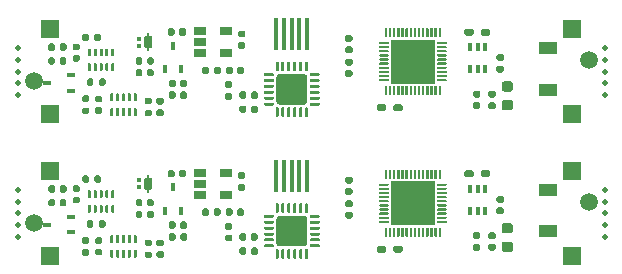
<source format=gbr>
G04 #@! TF.GenerationSoftware,KiCad,Pcbnew,(5.1.10)-1*
G04 #@! TF.CreationDate,2021-07-08T16:07:53-07:00*
G04 #@! TF.ProjectId,panelized,70616e65-6c69-47a6-9564-2e6b69636164,rev?*
G04 #@! TF.SameCoordinates,Original*
G04 #@! TF.FileFunction,Soldermask,Top*
G04 #@! TF.FilePolarity,Negative*
%FSLAX46Y46*%
G04 Gerber Fmt 4.6, Leading zero omitted, Abs format (unit mm)*
G04 Created by KiCad (PCBNEW (5.1.10)-1) date 2021-07-08 16:07:53*
%MOMM*%
%LPD*%
G01*
G04 APERTURE LIST*
%ADD10C,0.500000*%
%ADD11R,1.600000X1.600000*%
%ADD12R,3.700000X3.700000*%
%ADD13R,0.400000X0.650000*%
%ADD14R,0.700000X0.450000*%
%ADD15R,0.400000X0.350000*%
%ADD16R,0.250000X1.600000*%
%ADD17R,1.600000X1.000000*%
%ADD18C,1.500000*%
%ADD19R,1.060000X0.650000*%
%ADD20R,0.400000X2.700000*%
%ADD21R,0.450000X0.700000*%
G04 APERTURE END LIST*
D10*
X147850000Y-118500000D03*
X147850000Y-117500000D03*
X147850000Y-114500000D03*
X147850000Y-115500000D03*
X147850000Y-116500000D03*
X147850000Y-104500000D03*
X147850000Y-103500000D03*
X147850000Y-102500000D03*
X147850000Y-105500000D03*
X147850000Y-106500000D03*
X98150000Y-104500000D03*
X98150000Y-105500000D03*
X98150000Y-106500000D03*
X98150000Y-103500000D03*
X98150000Y-102500000D03*
X98150000Y-114500000D03*
X98150000Y-115500000D03*
X98150000Y-118500000D03*
X98150000Y-117500000D03*
X98150000Y-116500000D03*
G36*
G01*
X129350000Y-119400000D02*
X129350000Y-119700000D01*
G75*
G02*
X129200000Y-119850000I-150000J0D01*
G01*
X128700000Y-119850000D01*
G75*
G02*
X128550000Y-119700000I0J150000D01*
G01*
X128550000Y-119400000D01*
G75*
G02*
X128700000Y-119250000I150000J0D01*
G01*
X129200000Y-119250000D01*
G75*
G02*
X129350000Y-119400000I0J-150000D01*
G01*
G37*
G36*
G01*
X130750000Y-119400000D02*
X130750000Y-119700000D01*
G75*
G02*
X130600000Y-119850000I-150000J0D01*
G01*
X130100000Y-119850000D01*
G75*
G02*
X129950000Y-119700000I0J150000D01*
G01*
X129950000Y-119400000D01*
G75*
G02*
X130100000Y-119250000I150000J0D01*
G01*
X130600000Y-119250000D01*
G75*
G02*
X130750000Y-119400000I0J-150000D01*
G01*
G37*
G36*
G01*
X113759000Y-116572500D02*
X113759000Y-116227500D01*
G75*
G02*
X113906500Y-116080000I147500J0D01*
G01*
X114201500Y-116080000D01*
G75*
G02*
X114349000Y-116227500I0J-147500D01*
G01*
X114349000Y-116572500D01*
G75*
G02*
X114201500Y-116720000I-147500J0D01*
G01*
X113906500Y-116720000D01*
G75*
G02*
X113759000Y-116572500I0J147500D01*
G01*
G37*
G36*
G01*
X114729000Y-116572500D02*
X114729000Y-116227500D01*
G75*
G02*
X114876500Y-116080000I147500J0D01*
G01*
X115171500Y-116080000D01*
G75*
G02*
X115319000Y-116227500I0J-147500D01*
G01*
X115319000Y-116572500D01*
G75*
G02*
X115171500Y-116720000I-147500J0D01*
G01*
X114876500Y-116720000D01*
G75*
G02*
X114729000Y-116572500I0J147500D01*
G01*
G37*
D11*
X100900000Y-112900000D03*
G36*
G01*
X129375000Y-118500000D02*
X129275000Y-118500000D01*
G75*
G02*
X129225000Y-118450000I0J50000D01*
G01*
X129225000Y-117750000D01*
G75*
G02*
X129275000Y-117700000I50000J0D01*
G01*
X129375000Y-117700000D01*
G75*
G02*
X129425000Y-117750000I0J-50000D01*
G01*
X129425000Y-118450000D01*
G75*
G02*
X129375000Y-118500000I-50000J0D01*
G01*
G37*
G36*
G01*
X129725000Y-118500000D02*
X129625000Y-118500000D01*
G75*
G02*
X129575000Y-118450000I0J50000D01*
G01*
X129575000Y-117750000D01*
G75*
G02*
X129625000Y-117700000I50000J0D01*
G01*
X129725000Y-117700000D01*
G75*
G02*
X129775000Y-117750000I0J-50000D01*
G01*
X129775000Y-118450000D01*
G75*
G02*
X129725000Y-118500000I-50000J0D01*
G01*
G37*
G36*
G01*
X130075000Y-118500000D02*
X129975000Y-118500000D01*
G75*
G02*
X129925000Y-118450000I0J50000D01*
G01*
X129925000Y-117750000D01*
G75*
G02*
X129975000Y-117700000I50000J0D01*
G01*
X130075000Y-117700000D01*
G75*
G02*
X130125000Y-117750000I0J-50000D01*
G01*
X130125000Y-118450000D01*
G75*
G02*
X130075000Y-118500000I-50000J0D01*
G01*
G37*
G36*
G01*
X130425000Y-118500000D02*
X130325000Y-118500000D01*
G75*
G02*
X130275000Y-118450000I0J50000D01*
G01*
X130275000Y-117750000D01*
G75*
G02*
X130325000Y-117700000I50000J0D01*
G01*
X130425000Y-117700000D01*
G75*
G02*
X130475000Y-117750000I0J-50000D01*
G01*
X130475000Y-118450000D01*
G75*
G02*
X130425000Y-118500000I-50000J0D01*
G01*
G37*
G36*
G01*
X130775000Y-118500000D02*
X130675000Y-118500000D01*
G75*
G02*
X130625000Y-118450000I0J50000D01*
G01*
X130625000Y-117750000D01*
G75*
G02*
X130675000Y-117700000I50000J0D01*
G01*
X130775000Y-117700000D01*
G75*
G02*
X130825000Y-117750000I0J-50000D01*
G01*
X130825000Y-118450000D01*
G75*
G02*
X130775000Y-118500000I-50000J0D01*
G01*
G37*
G36*
G01*
X131125000Y-118500000D02*
X131025000Y-118500000D01*
G75*
G02*
X130975000Y-118450000I0J50000D01*
G01*
X130975000Y-117750000D01*
G75*
G02*
X131025000Y-117700000I50000J0D01*
G01*
X131125000Y-117700000D01*
G75*
G02*
X131175000Y-117750000I0J-50000D01*
G01*
X131175000Y-118450000D01*
G75*
G02*
X131125000Y-118500000I-50000J0D01*
G01*
G37*
G36*
G01*
X131475000Y-118500000D02*
X131375000Y-118500000D01*
G75*
G02*
X131325000Y-118450000I0J50000D01*
G01*
X131325000Y-117750000D01*
G75*
G02*
X131375000Y-117700000I50000J0D01*
G01*
X131475000Y-117700000D01*
G75*
G02*
X131525000Y-117750000I0J-50000D01*
G01*
X131525000Y-118450000D01*
G75*
G02*
X131475000Y-118500000I-50000J0D01*
G01*
G37*
G36*
G01*
X131825000Y-118500000D02*
X131725000Y-118500000D01*
G75*
G02*
X131675000Y-118450000I0J50000D01*
G01*
X131675000Y-117750000D01*
G75*
G02*
X131725000Y-117700000I50000J0D01*
G01*
X131825000Y-117700000D01*
G75*
G02*
X131875000Y-117750000I0J-50000D01*
G01*
X131875000Y-118450000D01*
G75*
G02*
X131825000Y-118500000I-50000J0D01*
G01*
G37*
G36*
G01*
X132175000Y-118500000D02*
X132075000Y-118500000D01*
G75*
G02*
X132025000Y-118450000I0J50000D01*
G01*
X132025000Y-117750000D01*
G75*
G02*
X132075000Y-117700000I50000J0D01*
G01*
X132175000Y-117700000D01*
G75*
G02*
X132225000Y-117750000I0J-50000D01*
G01*
X132225000Y-118450000D01*
G75*
G02*
X132175000Y-118500000I-50000J0D01*
G01*
G37*
G36*
G01*
X132525000Y-118500000D02*
X132425000Y-118500000D01*
G75*
G02*
X132375000Y-118450000I0J50000D01*
G01*
X132375000Y-117750000D01*
G75*
G02*
X132425000Y-117700000I50000J0D01*
G01*
X132525000Y-117700000D01*
G75*
G02*
X132575000Y-117750000I0J-50000D01*
G01*
X132575000Y-118450000D01*
G75*
G02*
X132525000Y-118500000I-50000J0D01*
G01*
G37*
G36*
G01*
X132875000Y-118500000D02*
X132775000Y-118500000D01*
G75*
G02*
X132725000Y-118450000I0J50000D01*
G01*
X132725000Y-117750000D01*
G75*
G02*
X132775000Y-117700000I50000J0D01*
G01*
X132875000Y-117700000D01*
G75*
G02*
X132925000Y-117750000I0J-50000D01*
G01*
X132925000Y-118450000D01*
G75*
G02*
X132875000Y-118500000I-50000J0D01*
G01*
G37*
G36*
G01*
X133225000Y-118500000D02*
X133125000Y-118500000D01*
G75*
G02*
X133075000Y-118450000I0J50000D01*
G01*
X133075000Y-117750000D01*
G75*
G02*
X133125000Y-117700000I50000J0D01*
G01*
X133225000Y-117700000D01*
G75*
G02*
X133275000Y-117750000I0J-50000D01*
G01*
X133275000Y-118450000D01*
G75*
G02*
X133225000Y-118500000I-50000J0D01*
G01*
G37*
G36*
G01*
X133575000Y-118500000D02*
X133475000Y-118500000D01*
G75*
G02*
X133425000Y-118450000I0J50000D01*
G01*
X133425000Y-117750000D01*
G75*
G02*
X133475000Y-117700000I50000J0D01*
G01*
X133575000Y-117700000D01*
G75*
G02*
X133625000Y-117750000I0J-50000D01*
G01*
X133625000Y-118450000D01*
G75*
G02*
X133575000Y-118500000I-50000J0D01*
G01*
G37*
G36*
G01*
X133925000Y-118500000D02*
X133825000Y-118500000D01*
G75*
G02*
X133775000Y-118450000I0J50000D01*
G01*
X133775000Y-117750000D01*
G75*
G02*
X133825000Y-117700000I50000J0D01*
G01*
X133925000Y-117700000D01*
G75*
G02*
X133975000Y-117750000I0J-50000D01*
G01*
X133975000Y-118450000D01*
G75*
G02*
X133925000Y-118500000I-50000J0D01*
G01*
G37*
G36*
G01*
X134400000Y-117325000D02*
X133700000Y-117325000D01*
G75*
G02*
X133650000Y-117275000I0J50000D01*
G01*
X133650000Y-117175000D01*
G75*
G02*
X133700000Y-117125000I50000J0D01*
G01*
X134400000Y-117125000D01*
G75*
G02*
X134450000Y-117175000I0J-50000D01*
G01*
X134450000Y-117275000D01*
G75*
G02*
X134400000Y-117325000I-50000J0D01*
G01*
G37*
G36*
G01*
X134400000Y-116975000D02*
X133700000Y-116975000D01*
G75*
G02*
X133650000Y-116925000I0J50000D01*
G01*
X133650000Y-116825000D01*
G75*
G02*
X133700000Y-116775000I50000J0D01*
G01*
X134400000Y-116775000D01*
G75*
G02*
X134450000Y-116825000I0J-50000D01*
G01*
X134450000Y-116925000D01*
G75*
G02*
X134400000Y-116975000I-50000J0D01*
G01*
G37*
G36*
G01*
X134400000Y-116625000D02*
X133700000Y-116625000D01*
G75*
G02*
X133650000Y-116575000I0J50000D01*
G01*
X133650000Y-116475000D01*
G75*
G02*
X133700000Y-116425000I50000J0D01*
G01*
X134400000Y-116425000D01*
G75*
G02*
X134450000Y-116475000I0J-50000D01*
G01*
X134450000Y-116575000D01*
G75*
G02*
X134400000Y-116625000I-50000J0D01*
G01*
G37*
G36*
G01*
X134400000Y-116275000D02*
X133700000Y-116275000D01*
G75*
G02*
X133650000Y-116225000I0J50000D01*
G01*
X133650000Y-116125000D01*
G75*
G02*
X133700000Y-116075000I50000J0D01*
G01*
X134400000Y-116075000D01*
G75*
G02*
X134450000Y-116125000I0J-50000D01*
G01*
X134450000Y-116225000D01*
G75*
G02*
X134400000Y-116275000I-50000J0D01*
G01*
G37*
G36*
G01*
X134400000Y-115925000D02*
X133700000Y-115925000D01*
G75*
G02*
X133650000Y-115875000I0J50000D01*
G01*
X133650000Y-115775000D01*
G75*
G02*
X133700000Y-115725000I50000J0D01*
G01*
X134400000Y-115725000D01*
G75*
G02*
X134450000Y-115775000I0J-50000D01*
G01*
X134450000Y-115875000D01*
G75*
G02*
X134400000Y-115925000I-50000J0D01*
G01*
G37*
G36*
G01*
X134400000Y-115575000D02*
X133700000Y-115575000D01*
G75*
G02*
X133650000Y-115525000I0J50000D01*
G01*
X133650000Y-115425000D01*
G75*
G02*
X133700000Y-115375000I50000J0D01*
G01*
X134400000Y-115375000D01*
G75*
G02*
X134450000Y-115425000I0J-50000D01*
G01*
X134450000Y-115525000D01*
G75*
G02*
X134400000Y-115575000I-50000J0D01*
G01*
G37*
G36*
G01*
X134400000Y-115225000D02*
X133700000Y-115225000D01*
G75*
G02*
X133650000Y-115175000I0J50000D01*
G01*
X133650000Y-115075000D01*
G75*
G02*
X133700000Y-115025000I50000J0D01*
G01*
X134400000Y-115025000D01*
G75*
G02*
X134450000Y-115075000I0J-50000D01*
G01*
X134450000Y-115175000D01*
G75*
G02*
X134400000Y-115225000I-50000J0D01*
G01*
G37*
G36*
G01*
X134400000Y-114875000D02*
X133700000Y-114875000D01*
G75*
G02*
X133650000Y-114825000I0J50000D01*
G01*
X133650000Y-114725000D01*
G75*
G02*
X133700000Y-114675000I50000J0D01*
G01*
X134400000Y-114675000D01*
G75*
G02*
X134450000Y-114725000I0J-50000D01*
G01*
X134450000Y-114825000D01*
G75*
G02*
X134400000Y-114875000I-50000J0D01*
G01*
G37*
G36*
G01*
X134400000Y-114525000D02*
X133700000Y-114525000D01*
G75*
G02*
X133650000Y-114475000I0J50000D01*
G01*
X133650000Y-114375000D01*
G75*
G02*
X133700000Y-114325000I50000J0D01*
G01*
X134400000Y-114325000D01*
G75*
G02*
X134450000Y-114375000I0J-50000D01*
G01*
X134450000Y-114475000D01*
G75*
G02*
X134400000Y-114525000I-50000J0D01*
G01*
G37*
G36*
G01*
X134400000Y-114175000D02*
X133700000Y-114175000D01*
G75*
G02*
X133650000Y-114125000I0J50000D01*
G01*
X133650000Y-114025000D01*
G75*
G02*
X133700000Y-113975000I50000J0D01*
G01*
X134400000Y-113975000D01*
G75*
G02*
X134450000Y-114025000I0J-50000D01*
G01*
X134450000Y-114125000D01*
G75*
G02*
X134400000Y-114175000I-50000J0D01*
G01*
G37*
G36*
G01*
X133925000Y-113600000D02*
X133825000Y-113600000D01*
G75*
G02*
X133775000Y-113550000I0J50000D01*
G01*
X133775000Y-112850000D01*
G75*
G02*
X133825000Y-112800000I50000J0D01*
G01*
X133925000Y-112800000D01*
G75*
G02*
X133975000Y-112850000I0J-50000D01*
G01*
X133975000Y-113550000D01*
G75*
G02*
X133925000Y-113600000I-50000J0D01*
G01*
G37*
G36*
G01*
X133575000Y-113600000D02*
X133475000Y-113600000D01*
G75*
G02*
X133425000Y-113550000I0J50000D01*
G01*
X133425000Y-112850000D01*
G75*
G02*
X133475000Y-112800000I50000J0D01*
G01*
X133575000Y-112800000D01*
G75*
G02*
X133625000Y-112850000I0J-50000D01*
G01*
X133625000Y-113550000D01*
G75*
G02*
X133575000Y-113600000I-50000J0D01*
G01*
G37*
G36*
G01*
X133225000Y-113600000D02*
X133125000Y-113600000D01*
G75*
G02*
X133075000Y-113550000I0J50000D01*
G01*
X133075000Y-112850000D01*
G75*
G02*
X133125000Y-112800000I50000J0D01*
G01*
X133225000Y-112800000D01*
G75*
G02*
X133275000Y-112850000I0J-50000D01*
G01*
X133275000Y-113550000D01*
G75*
G02*
X133225000Y-113600000I-50000J0D01*
G01*
G37*
G36*
G01*
X132875000Y-113600000D02*
X132775000Y-113600000D01*
G75*
G02*
X132725000Y-113550000I0J50000D01*
G01*
X132725000Y-112850000D01*
G75*
G02*
X132775000Y-112800000I50000J0D01*
G01*
X132875000Y-112800000D01*
G75*
G02*
X132925000Y-112850000I0J-50000D01*
G01*
X132925000Y-113550000D01*
G75*
G02*
X132875000Y-113600000I-50000J0D01*
G01*
G37*
G36*
G01*
X132525000Y-113600000D02*
X132425000Y-113600000D01*
G75*
G02*
X132375000Y-113550000I0J50000D01*
G01*
X132375000Y-112850000D01*
G75*
G02*
X132425000Y-112800000I50000J0D01*
G01*
X132525000Y-112800000D01*
G75*
G02*
X132575000Y-112850000I0J-50000D01*
G01*
X132575000Y-113550000D01*
G75*
G02*
X132525000Y-113600000I-50000J0D01*
G01*
G37*
G36*
G01*
X132175000Y-113600000D02*
X132075000Y-113600000D01*
G75*
G02*
X132025000Y-113550000I0J50000D01*
G01*
X132025000Y-112850000D01*
G75*
G02*
X132075000Y-112800000I50000J0D01*
G01*
X132175000Y-112800000D01*
G75*
G02*
X132225000Y-112850000I0J-50000D01*
G01*
X132225000Y-113550000D01*
G75*
G02*
X132175000Y-113600000I-50000J0D01*
G01*
G37*
G36*
G01*
X131825000Y-113600000D02*
X131725000Y-113600000D01*
G75*
G02*
X131675000Y-113550000I0J50000D01*
G01*
X131675000Y-112850000D01*
G75*
G02*
X131725000Y-112800000I50000J0D01*
G01*
X131825000Y-112800000D01*
G75*
G02*
X131875000Y-112850000I0J-50000D01*
G01*
X131875000Y-113550000D01*
G75*
G02*
X131825000Y-113600000I-50000J0D01*
G01*
G37*
G36*
G01*
X131475000Y-113600000D02*
X131375000Y-113600000D01*
G75*
G02*
X131325000Y-113550000I0J50000D01*
G01*
X131325000Y-112850000D01*
G75*
G02*
X131375000Y-112800000I50000J0D01*
G01*
X131475000Y-112800000D01*
G75*
G02*
X131525000Y-112850000I0J-50000D01*
G01*
X131525000Y-113550000D01*
G75*
G02*
X131475000Y-113600000I-50000J0D01*
G01*
G37*
G36*
G01*
X131125000Y-113600000D02*
X131025000Y-113600000D01*
G75*
G02*
X130975000Y-113550000I0J50000D01*
G01*
X130975000Y-112850000D01*
G75*
G02*
X131025000Y-112800000I50000J0D01*
G01*
X131125000Y-112800000D01*
G75*
G02*
X131175000Y-112850000I0J-50000D01*
G01*
X131175000Y-113550000D01*
G75*
G02*
X131125000Y-113600000I-50000J0D01*
G01*
G37*
G36*
G01*
X130775000Y-113600000D02*
X130675000Y-113600000D01*
G75*
G02*
X130625000Y-113550000I0J50000D01*
G01*
X130625000Y-112850000D01*
G75*
G02*
X130675000Y-112800000I50000J0D01*
G01*
X130775000Y-112800000D01*
G75*
G02*
X130825000Y-112850000I0J-50000D01*
G01*
X130825000Y-113550000D01*
G75*
G02*
X130775000Y-113600000I-50000J0D01*
G01*
G37*
G36*
G01*
X130425000Y-113600000D02*
X130325000Y-113600000D01*
G75*
G02*
X130275000Y-113550000I0J50000D01*
G01*
X130275000Y-112850000D01*
G75*
G02*
X130325000Y-112800000I50000J0D01*
G01*
X130425000Y-112800000D01*
G75*
G02*
X130475000Y-112850000I0J-50000D01*
G01*
X130475000Y-113550000D01*
G75*
G02*
X130425000Y-113600000I-50000J0D01*
G01*
G37*
G36*
G01*
X130075000Y-113600000D02*
X129975000Y-113600000D01*
G75*
G02*
X129925000Y-113550000I0J50000D01*
G01*
X129925000Y-112850000D01*
G75*
G02*
X129975000Y-112800000I50000J0D01*
G01*
X130075000Y-112800000D01*
G75*
G02*
X130125000Y-112850000I0J-50000D01*
G01*
X130125000Y-113550000D01*
G75*
G02*
X130075000Y-113600000I-50000J0D01*
G01*
G37*
G36*
G01*
X129725000Y-113600000D02*
X129625000Y-113600000D01*
G75*
G02*
X129575000Y-113550000I0J50000D01*
G01*
X129575000Y-112850000D01*
G75*
G02*
X129625000Y-112800000I50000J0D01*
G01*
X129725000Y-112800000D01*
G75*
G02*
X129775000Y-112850000I0J-50000D01*
G01*
X129775000Y-113550000D01*
G75*
G02*
X129725000Y-113600000I-50000J0D01*
G01*
G37*
G36*
G01*
X129375000Y-113600000D02*
X129275000Y-113600000D01*
G75*
G02*
X129225000Y-113550000I0J50000D01*
G01*
X129225000Y-112850000D01*
G75*
G02*
X129275000Y-112800000I50000J0D01*
G01*
X129375000Y-112800000D01*
G75*
G02*
X129425000Y-112850000I0J-50000D01*
G01*
X129425000Y-113550000D01*
G75*
G02*
X129375000Y-113600000I-50000J0D01*
G01*
G37*
G36*
G01*
X129500000Y-114175000D02*
X128800000Y-114175000D01*
G75*
G02*
X128750000Y-114125000I0J50000D01*
G01*
X128750000Y-114025000D01*
G75*
G02*
X128800000Y-113975000I50000J0D01*
G01*
X129500000Y-113975000D01*
G75*
G02*
X129550000Y-114025000I0J-50000D01*
G01*
X129550000Y-114125000D01*
G75*
G02*
X129500000Y-114175000I-50000J0D01*
G01*
G37*
G36*
G01*
X129500000Y-114525000D02*
X128800000Y-114525000D01*
G75*
G02*
X128750000Y-114475000I0J50000D01*
G01*
X128750000Y-114375000D01*
G75*
G02*
X128800000Y-114325000I50000J0D01*
G01*
X129500000Y-114325000D01*
G75*
G02*
X129550000Y-114375000I0J-50000D01*
G01*
X129550000Y-114475000D01*
G75*
G02*
X129500000Y-114525000I-50000J0D01*
G01*
G37*
G36*
G01*
X129500000Y-114875000D02*
X128800000Y-114875000D01*
G75*
G02*
X128750000Y-114825000I0J50000D01*
G01*
X128750000Y-114725000D01*
G75*
G02*
X128800000Y-114675000I50000J0D01*
G01*
X129500000Y-114675000D01*
G75*
G02*
X129550000Y-114725000I0J-50000D01*
G01*
X129550000Y-114825000D01*
G75*
G02*
X129500000Y-114875000I-50000J0D01*
G01*
G37*
G36*
G01*
X129500000Y-115225000D02*
X128800000Y-115225000D01*
G75*
G02*
X128750000Y-115175000I0J50000D01*
G01*
X128750000Y-115075000D01*
G75*
G02*
X128800000Y-115025000I50000J0D01*
G01*
X129500000Y-115025000D01*
G75*
G02*
X129550000Y-115075000I0J-50000D01*
G01*
X129550000Y-115175000D01*
G75*
G02*
X129500000Y-115225000I-50000J0D01*
G01*
G37*
G36*
G01*
X129500000Y-115575000D02*
X128800000Y-115575000D01*
G75*
G02*
X128750000Y-115525000I0J50000D01*
G01*
X128750000Y-115425000D01*
G75*
G02*
X128800000Y-115375000I50000J0D01*
G01*
X129500000Y-115375000D01*
G75*
G02*
X129550000Y-115425000I0J-50000D01*
G01*
X129550000Y-115525000D01*
G75*
G02*
X129500000Y-115575000I-50000J0D01*
G01*
G37*
G36*
G01*
X129500000Y-115925000D02*
X128800000Y-115925000D01*
G75*
G02*
X128750000Y-115875000I0J50000D01*
G01*
X128750000Y-115775000D01*
G75*
G02*
X128800000Y-115725000I50000J0D01*
G01*
X129500000Y-115725000D01*
G75*
G02*
X129550000Y-115775000I0J-50000D01*
G01*
X129550000Y-115875000D01*
G75*
G02*
X129500000Y-115925000I-50000J0D01*
G01*
G37*
G36*
G01*
X129500000Y-116275000D02*
X128800000Y-116275000D01*
G75*
G02*
X128750000Y-116225000I0J50000D01*
G01*
X128750000Y-116125000D01*
G75*
G02*
X128800000Y-116075000I50000J0D01*
G01*
X129500000Y-116075000D01*
G75*
G02*
X129550000Y-116125000I0J-50000D01*
G01*
X129550000Y-116225000D01*
G75*
G02*
X129500000Y-116275000I-50000J0D01*
G01*
G37*
G36*
G01*
X129500000Y-116625000D02*
X128800000Y-116625000D01*
G75*
G02*
X128750000Y-116575000I0J50000D01*
G01*
X128750000Y-116475000D01*
G75*
G02*
X128800000Y-116425000I50000J0D01*
G01*
X129500000Y-116425000D01*
G75*
G02*
X129550000Y-116475000I0J-50000D01*
G01*
X129550000Y-116575000D01*
G75*
G02*
X129500000Y-116625000I-50000J0D01*
G01*
G37*
G36*
G01*
X129500000Y-116975000D02*
X128800000Y-116975000D01*
G75*
G02*
X128750000Y-116925000I0J50000D01*
G01*
X128750000Y-116825000D01*
G75*
G02*
X128800000Y-116775000I50000J0D01*
G01*
X129500000Y-116775000D01*
G75*
G02*
X129550000Y-116825000I0J-50000D01*
G01*
X129550000Y-116925000D01*
G75*
G02*
X129500000Y-116975000I-50000J0D01*
G01*
G37*
G36*
G01*
X129500000Y-117325000D02*
X128800000Y-117325000D01*
G75*
G02*
X128750000Y-117275000I0J50000D01*
G01*
X128750000Y-117175000D01*
G75*
G02*
X128800000Y-117125000I50000J0D01*
G01*
X129500000Y-117125000D01*
G75*
G02*
X129550000Y-117175000I0J-50000D01*
G01*
X129550000Y-117275000D01*
G75*
G02*
X129500000Y-117325000I-50000J0D01*
G01*
G37*
D12*
X131600000Y-115650000D03*
D13*
X137750000Y-116300000D03*
X136450000Y-116300000D03*
X137100000Y-114400000D03*
X137100000Y-116300000D03*
X136450000Y-114400000D03*
X137750000Y-114400000D03*
G36*
G01*
X136750000Y-113000000D02*
X136750000Y-113300000D01*
G75*
G02*
X136600000Y-113450000I-150000J0D01*
G01*
X136100000Y-113450000D01*
G75*
G02*
X135950000Y-113300000I0J150000D01*
G01*
X135950000Y-113000000D01*
G75*
G02*
X136100000Y-112850000I150000J0D01*
G01*
X136600000Y-112850000D01*
G75*
G02*
X136750000Y-113000000I0J-150000D01*
G01*
G37*
G36*
G01*
X138150000Y-113000000D02*
X138150000Y-113300000D01*
G75*
G02*
X138000000Y-113450000I-150000J0D01*
G01*
X137500000Y-113450000D01*
G75*
G02*
X137350000Y-113300000I0J150000D01*
G01*
X137350000Y-113000000D01*
G75*
G02*
X137500000Y-112850000I150000J0D01*
G01*
X138000000Y-112850000D01*
G75*
G02*
X138150000Y-113000000I0J-150000D01*
G01*
G37*
G36*
G01*
X136827500Y-119075000D02*
X137172500Y-119075000D01*
G75*
G02*
X137320000Y-119222500I0J-147500D01*
G01*
X137320000Y-119517500D01*
G75*
G02*
X137172500Y-119665000I-147500J0D01*
G01*
X136827500Y-119665000D01*
G75*
G02*
X136680000Y-119517500I0J147500D01*
G01*
X136680000Y-119222500D01*
G75*
G02*
X136827500Y-119075000I147500J0D01*
G01*
G37*
G36*
G01*
X136827500Y-118105000D02*
X137172500Y-118105000D01*
G75*
G02*
X137320000Y-118252500I0J-147500D01*
G01*
X137320000Y-118547500D01*
G75*
G02*
X137172500Y-118695000I-147500J0D01*
G01*
X136827500Y-118695000D01*
G75*
G02*
X136680000Y-118547500I0J147500D01*
G01*
X136680000Y-118252500D01*
G75*
G02*
X136827500Y-118105000I147500J0D01*
G01*
G37*
G36*
G01*
X116172500Y-117910000D02*
X115827500Y-117910000D01*
G75*
G02*
X115680000Y-117762500I0J147500D01*
G01*
X115680000Y-117467500D01*
G75*
G02*
X115827500Y-117320000I147500J0D01*
G01*
X116172500Y-117320000D01*
G75*
G02*
X116320000Y-117467500I0J-147500D01*
G01*
X116320000Y-117762500D01*
G75*
G02*
X116172500Y-117910000I-147500J0D01*
G01*
G37*
G36*
G01*
X116172500Y-118880000D02*
X115827500Y-118880000D01*
G75*
G02*
X115680000Y-118732500I0J147500D01*
G01*
X115680000Y-118437500D01*
G75*
G02*
X115827500Y-118290000I147500J0D01*
G01*
X116172500Y-118290000D01*
G75*
G02*
X116320000Y-118437500I0J-147500D01*
G01*
X116320000Y-118732500D01*
G75*
G02*
X116172500Y-118880000I-147500J0D01*
G01*
G37*
G36*
G01*
X138127500Y-119075000D02*
X138472500Y-119075000D01*
G75*
G02*
X138620000Y-119222500I0J-147500D01*
G01*
X138620000Y-119517500D01*
G75*
G02*
X138472500Y-119665000I-147500J0D01*
G01*
X138127500Y-119665000D01*
G75*
G02*
X137980000Y-119517500I0J147500D01*
G01*
X137980000Y-119222500D01*
G75*
G02*
X138127500Y-119075000I147500J0D01*
G01*
G37*
G36*
G01*
X138127500Y-118105000D02*
X138472500Y-118105000D01*
G75*
G02*
X138620000Y-118252500I0J-147500D01*
G01*
X138620000Y-118547500D01*
G75*
G02*
X138472500Y-118695000I-147500J0D01*
G01*
X138127500Y-118695000D01*
G75*
G02*
X137980000Y-118547500I0J147500D01*
G01*
X137980000Y-118252500D01*
G75*
G02*
X138127500Y-118105000I147500J0D01*
G01*
G37*
G36*
G01*
X120300000Y-116700000D02*
X122400000Y-116700000D01*
G75*
G02*
X122650000Y-116950000I0J-250000D01*
G01*
X122650000Y-119050000D01*
G75*
G02*
X122400000Y-119300000I-250000J0D01*
G01*
X120300000Y-119300000D01*
G75*
G02*
X120050000Y-119050000I0J250000D01*
G01*
X120050000Y-116950000D01*
G75*
G02*
X120300000Y-116700000I250000J0D01*
G01*
G37*
G36*
G01*
X122537500Y-115650000D02*
X122662500Y-115650000D01*
G75*
G02*
X122725000Y-115712500I0J-62500D01*
G01*
X122725000Y-116412500D01*
G75*
G02*
X122662500Y-116475000I-62500J0D01*
G01*
X122537500Y-116475000D01*
G75*
G02*
X122475000Y-116412500I0J62500D01*
G01*
X122475000Y-115712500D01*
G75*
G02*
X122537500Y-115650000I62500J0D01*
G01*
G37*
G36*
G01*
X122037500Y-115650000D02*
X122162500Y-115650000D01*
G75*
G02*
X122225000Y-115712500I0J-62500D01*
G01*
X122225000Y-116412500D01*
G75*
G02*
X122162500Y-116475000I-62500J0D01*
G01*
X122037500Y-116475000D01*
G75*
G02*
X121975000Y-116412500I0J62500D01*
G01*
X121975000Y-115712500D01*
G75*
G02*
X122037500Y-115650000I62500J0D01*
G01*
G37*
G36*
G01*
X121537500Y-115650000D02*
X121662500Y-115650000D01*
G75*
G02*
X121725000Y-115712500I0J-62500D01*
G01*
X121725000Y-116412500D01*
G75*
G02*
X121662500Y-116475000I-62500J0D01*
G01*
X121537500Y-116475000D01*
G75*
G02*
X121475000Y-116412500I0J62500D01*
G01*
X121475000Y-115712500D01*
G75*
G02*
X121537500Y-115650000I62500J0D01*
G01*
G37*
G36*
G01*
X121037500Y-115650000D02*
X121162500Y-115650000D01*
G75*
G02*
X121225000Y-115712500I0J-62500D01*
G01*
X121225000Y-116412500D01*
G75*
G02*
X121162500Y-116475000I-62500J0D01*
G01*
X121037500Y-116475000D01*
G75*
G02*
X120975000Y-116412500I0J62500D01*
G01*
X120975000Y-115712500D01*
G75*
G02*
X121037500Y-115650000I62500J0D01*
G01*
G37*
G36*
G01*
X120537500Y-115650000D02*
X120662500Y-115650000D01*
G75*
G02*
X120725000Y-115712500I0J-62500D01*
G01*
X120725000Y-116412500D01*
G75*
G02*
X120662500Y-116475000I-62500J0D01*
G01*
X120537500Y-116475000D01*
G75*
G02*
X120475000Y-116412500I0J62500D01*
G01*
X120475000Y-115712500D01*
G75*
G02*
X120537500Y-115650000I62500J0D01*
G01*
G37*
G36*
G01*
X120037500Y-115650000D02*
X120162500Y-115650000D01*
G75*
G02*
X120225000Y-115712500I0J-62500D01*
G01*
X120225000Y-116412500D01*
G75*
G02*
X120162500Y-116475000I-62500J0D01*
G01*
X120037500Y-116475000D01*
G75*
G02*
X119975000Y-116412500I0J62500D01*
G01*
X119975000Y-115712500D01*
G75*
G02*
X120037500Y-115650000I62500J0D01*
G01*
G37*
G36*
G01*
X119062500Y-116625000D02*
X119762500Y-116625000D01*
G75*
G02*
X119825000Y-116687500I0J-62500D01*
G01*
X119825000Y-116812500D01*
G75*
G02*
X119762500Y-116875000I-62500J0D01*
G01*
X119062500Y-116875000D01*
G75*
G02*
X119000000Y-116812500I0J62500D01*
G01*
X119000000Y-116687500D01*
G75*
G02*
X119062500Y-116625000I62500J0D01*
G01*
G37*
G36*
G01*
X119062500Y-117125000D02*
X119762500Y-117125000D01*
G75*
G02*
X119825000Y-117187500I0J-62500D01*
G01*
X119825000Y-117312500D01*
G75*
G02*
X119762500Y-117375000I-62500J0D01*
G01*
X119062500Y-117375000D01*
G75*
G02*
X119000000Y-117312500I0J62500D01*
G01*
X119000000Y-117187500D01*
G75*
G02*
X119062500Y-117125000I62500J0D01*
G01*
G37*
G36*
G01*
X119062500Y-117625000D02*
X119762500Y-117625000D01*
G75*
G02*
X119825000Y-117687500I0J-62500D01*
G01*
X119825000Y-117812500D01*
G75*
G02*
X119762500Y-117875000I-62500J0D01*
G01*
X119062500Y-117875000D01*
G75*
G02*
X119000000Y-117812500I0J62500D01*
G01*
X119000000Y-117687500D01*
G75*
G02*
X119062500Y-117625000I62500J0D01*
G01*
G37*
G36*
G01*
X119062500Y-118125000D02*
X119762500Y-118125000D01*
G75*
G02*
X119825000Y-118187500I0J-62500D01*
G01*
X119825000Y-118312500D01*
G75*
G02*
X119762500Y-118375000I-62500J0D01*
G01*
X119062500Y-118375000D01*
G75*
G02*
X119000000Y-118312500I0J62500D01*
G01*
X119000000Y-118187500D01*
G75*
G02*
X119062500Y-118125000I62500J0D01*
G01*
G37*
G36*
G01*
X119062500Y-118625000D02*
X119762500Y-118625000D01*
G75*
G02*
X119825000Y-118687500I0J-62500D01*
G01*
X119825000Y-118812500D01*
G75*
G02*
X119762500Y-118875000I-62500J0D01*
G01*
X119062500Y-118875000D01*
G75*
G02*
X119000000Y-118812500I0J62500D01*
G01*
X119000000Y-118687500D01*
G75*
G02*
X119062500Y-118625000I62500J0D01*
G01*
G37*
G36*
G01*
X119062500Y-119125000D02*
X119762500Y-119125000D01*
G75*
G02*
X119825000Y-119187500I0J-62500D01*
G01*
X119825000Y-119312500D01*
G75*
G02*
X119762500Y-119375000I-62500J0D01*
G01*
X119062500Y-119375000D01*
G75*
G02*
X119000000Y-119312500I0J62500D01*
G01*
X119000000Y-119187500D01*
G75*
G02*
X119062500Y-119125000I62500J0D01*
G01*
G37*
G36*
G01*
X120037500Y-119525000D02*
X120162500Y-119525000D01*
G75*
G02*
X120225000Y-119587500I0J-62500D01*
G01*
X120225000Y-120287500D01*
G75*
G02*
X120162500Y-120350000I-62500J0D01*
G01*
X120037500Y-120350000D01*
G75*
G02*
X119975000Y-120287500I0J62500D01*
G01*
X119975000Y-119587500D01*
G75*
G02*
X120037500Y-119525000I62500J0D01*
G01*
G37*
G36*
G01*
X120537500Y-119525000D02*
X120662500Y-119525000D01*
G75*
G02*
X120725000Y-119587500I0J-62500D01*
G01*
X120725000Y-120287500D01*
G75*
G02*
X120662500Y-120350000I-62500J0D01*
G01*
X120537500Y-120350000D01*
G75*
G02*
X120475000Y-120287500I0J62500D01*
G01*
X120475000Y-119587500D01*
G75*
G02*
X120537500Y-119525000I62500J0D01*
G01*
G37*
G36*
G01*
X121037500Y-119525000D02*
X121162500Y-119525000D01*
G75*
G02*
X121225000Y-119587500I0J-62500D01*
G01*
X121225000Y-120287500D01*
G75*
G02*
X121162500Y-120350000I-62500J0D01*
G01*
X121037500Y-120350000D01*
G75*
G02*
X120975000Y-120287500I0J62500D01*
G01*
X120975000Y-119587500D01*
G75*
G02*
X121037500Y-119525000I62500J0D01*
G01*
G37*
G36*
G01*
X121537500Y-119525000D02*
X121662500Y-119525000D01*
G75*
G02*
X121725000Y-119587500I0J-62500D01*
G01*
X121725000Y-120287500D01*
G75*
G02*
X121662500Y-120350000I-62500J0D01*
G01*
X121537500Y-120350000D01*
G75*
G02*
X121475000Y-120287500I0J62500D01*
G01*
X121475000Y-119587500D01*
G75*
G02*
X121537500Y-119525000I62500J0D01*
G01*
G37*
G36*
G01*
X122037500Y-119525000D02*
X122162500Y-119525000D01*
G75*
G02*
X122225000Y-119587500I0J-62500D01*
G01*
X122225000Y-120287500D01*
G75*
G02*
X122162500Y-120350000I-62500J0D01*
G01*
X122037500Y-120350000D01*
G75*
G02*
X121975000Y-120287500I0J62500D01*
G01*
X121975000Y-119587500D01*
G75*
G02*
X122037500Y-119525000I62500J0D01*
G01*
G37*
G36*
G01*
X122537500Y-119525000D02*
X122662500Y-119525000D01*
G75*
G02*
X122725000Y-119587500I0J-62500D01*
G01*
X122725000Y-120287500D01*
G75*
G02*
X122662500Y-120350000I-62500J0D01*
G01*
X122537500Y-120350000D01*
G75*
G02*
X122475000Y-120287500I0J62500D01*
G01*
X122475000Y-119587500D01*
G75*
G02*
X122537500Y-119525000I62500J0D01*
G01*
G37*
G36*
G01*
X122937500Y-119125000D02*
X123637500Y-119125000D01*
G75*
G02*
X123700000Y-119187500I0J-62500D01*
G01*
X123700000Y-119312500D01*
G75*
G02*
X123637500Y-119375000I-62500J0D01*
G01*
X122937500Y-119375000D01*
G75*
G02*
X122875000Y-119312500I0J62500D01*
G01*
X122875000Y-119187500D01*
G75*
G02*
X122937500Y-119125000I62500J0D01*
G01*
G37*
G36*
G01*
X122937500Y-118625000D02*
X123637500Y-118625000D01*
G75*
G02*
X123700000Y-118687500I0J-62500D01*
G01*
X123700000Y-118812500D01*
G75*
G02*
X123637500Y-118875000I-62500J0D01*
G01*
X122937500Y-118875000D01*
G75*
G02*
X122875000Y-118812500I0J62500D01*
G01*
X122875000Y-118687500D01*
G75*
G02*
X122937500Y-118625000I62500J0D01*
G01*
G37*
G36*
G01*
X122937500Y-118125000D02*
X123637500Y-118125000D01*
G75*
G02*
X123700000Y-118187500I0J-62500D01*
G01*
X123700000Y-118312500D01*
G75*
G02*
X123637500Y-118375000I-62500J0D01*
G01*
X122937500Y-118375000D01*
G75*
G02*
X122875000Y-118312500I0J62500D01*
G01*
X122875000Y-118187500D01*
G75*
G02*
X122937500Y-118125000I62500J0D01*
G01*
G37*
G36*
G01*
X122937500Y-117625000D02*
X123637500Y-117625000D01*
G75*
G02*
X123700000Y-117687500I0J-62500D01*
G01*
X123700000Y-117812500D01*
G75*
G02*
X123637500Y-117875000I-62500J0D01*
G01*
X122937500Y-117875000D01*
G75*
G02*
X122875000Y-117812500I0J62500D01*
G01*
X122875000Y-117687500D01*
G75*
G02*
X122937500Y-117625000I62500J0D01*
G01*
G37*
G36*
G01*
X122937500Y-117125000D02*
X123637500Y-117125000D01*
G75*
G02*
X123700000Y-117187500I0J-62500D01*
G01*
X123700000Y-117312500D01*
G75*
G02*
X123637500Y-117375000I-62500J0D01*
G01*
X122937500Y-117375000D01*
G75*
G02*
X122875000Y-117312500I0J62500D01*
G01*
X122875000Y-117187500D01*
G75*
G02*
X122937500Y-117125000I62500J0D01*
G01*
G37*
G36*
G01*
X122937500Y-116625000D02*
X123637500Y-116625000D01*
G75*
G02*
X123700000Y-116687500I0J-62500D01*
G01*
X123700000Y-116812500D01*
G75*
G02*
X123637500Y-116875000I-62500J0D01*
G01*
X122937500Y-116875000D01*
G75*
G02*
X122875000Y-116812500I0J62500D01*
G01*
X122875000Y-116687500D01*
G75*
G02*
X122937500Y-116625000I62500J0D01*
G01*
G37*
D14*
X100651000Y-117461000D03*
X102651000Y-116811000D03*
X102651000Y-118111000D03*
G36*
G01*
X101685000Y-114610500D02*
X101685000Y-114265500D01*
G75*
G02*
X101832500Y-114118000I147500J0D01*
G01*
X102127500Y-114118000D01*
G75*
G02*
X102275000Y-114265500I0J-147500D01*
G01*
X102275000Y-114610500D01*
G75*
G02*
X102127500Y-114758000I-147500J0D01*
G01*
X101832500Y-114758000D01*
G75*
G02*
X101685000Y-114610500I0J147500D01*
G01*
G37*
G36*
G01*
X100715000Y-114610500D02*
X100715000Y-114265500D01*
G75*
G02*
X100862500Y-114118000I147500J0D01*
G01*
X101157500Y-114118000D01*
G75*
G02*
X101305000Y-114265500I0J-147500D01*
G01*
X101305000Y-114610500D01*
G75*
G02*
X101157500Y-114758000I-147500J0D01*
G01*
X100862500Y-114758000D01*
G75*
G02*
X100715000Y-114610500I0J147500D01*
G01*
G37*
G36*
G01*
X104640000Y-113785000D02*
X104640000Y-113415000D01*
G75*
G02*
X104775000Y-113280000I135000J0D01*
G01*
X105045000Y-113280000D01*
G75*
G02*
X105180000Y-113415000I0J-135000D01*
G01*
X105180000Y-113785000D01*
G75*
G02*
X105045000Y-113920000I-135000J0D01*
G01*
X104775000Y-113920000D01*
G75*
G02*
X104640000Y-113785000I0J135000D01*
G01*
G37*
G36*
G01*
X103620000Y-113785000D02*
X103620000Y-113415000D01*
G75*
G02*
X103755000Y-113280000I135000J0D01*
G01*
X104025000Y-113280000D01*
G75*
G02*
X104160000Y-113415000I0J-135000D01*
G01*
X104160000Y-113785000D01*
G75*
G02*
X104025000Y-113920000I-135000J0D01*
G01*
X103755000Y-113920000D01*
G75*
G02*
X103620000Y-113785000I0J135000D01*
G01*
G37*
G36*
G01*
X109100000Y-115770000D02*
X109100000Y-115430000D01*
G75*
G02*
X109240000Y-115290000I140000J0D01*
G01*
X109520000Y-115290000D01*
G75*
G02*
X109660000Y-115430000I0J-140000D01*
G01*
X109660000Y-115770000D01*
G75*
G02*
X109520000Y-115910000I-140000J0D01*
G01*
X109240000Y-115910000D01*
G75*
G02*
X109100000Y-115770000I0J140000D01*
G01*
G37*
G36*
G01*
X108140000Y-115770000D02*
X108140000Y-115430000D01*
G75*
G02*
X108280000Y-115290000I140000J0D01*
G01*
X108560000Y-115290000D01*
G75*
G02*
X108700000Y-115430000I0J-140000D01*
G01*
X108700000Y-115770000D01*
G75*
G02*
X108560000Y-115910000I-140000J0D01*
G01*
X108280000Y-115910000D01*
G75*
G02*
X108140000Y-115770000I0J140000D01*
G01*
G37*
D15*
X108400000Y-114300000D03*
X108400000Y-113700000D03*
G36*
G01*
X109449902Y-114500000D02*
X108950098Y-114500000D01*
G75*
G02*
X108850000Y-114399902I0J100098D01*
G01*
X108850000Y-113600098D01*
G75*
G02*
X108950098Y-113500000I100098J0D01*
G01*
X109449902Y-113500000D01*
G75*
G02*
X109550000Y-113600098I0J-100098D01*
G01*
X109550000Y-114399902D01*
G75*
G02*
X109449902Y-114500000I-100098J0D01*
G01*
G37*
D16*
X109200000Y-114000000D03*
G36*
G01*
X109100000Y-116770000D02*
X109100000Y-116430000D01*
G75*
G02*
X109240000Y-116290000I140000J0D01*
G01*
X109520000Y-116290000D01*
G75*
G02*
X109660000Y-116430000I0J-140000D01*
G01*
X109660000Y-116770000D01*
G75*
G02*
X109520000Y-116910000I-140000J0D01*
G01*
X109240000Y-116910000D01*
G75*
G02*
X109100000Y-116770000I0J140000D01*
G01*
G37*
G36*
G01*
X108140000Y-116770000D02*
X108140000Y-116430000D01*
G75*
G02*
X108280000Y-116290000I140000J0D01*
G01*
X108560000Y-116290000D01*
G75*
G02*
X108700000Y-116430000I0J-140000D01*
G01*
X108700000Y-116770000D01*
G75*
G02*
X108560000Y-116910000I-140000J0D01*
G01*
X108280000Y-116910000D01*
G75*
G02*
X108140000Y-116770000I0J140000D01*
G01*
G37*
G36*
G01*
X109385000Y-119260000D02*
X109015000Y-119260000D01*
G75*
G02*
X108880000Y-119125000I0J135000D01*
G01*
X108880000Y-118855000D01*
G75*
G02*
X109015000Y-118720000I135000J0D01*
G01*
X109385000Y-118720000D01*
G75*
G02*
X109520000Y-118855000I0J-135000D01*
G01*
X109520000Y-119125000D01*
G75*
G02*
X109385000Y-119260000I-135000J0D01*
G01*
G37*
G36*
G01*
X109385000Y-120280000D02*
X109015000Y-120280000D01*
G75*
G02*
X108880000Y-120145000I0J135000D01*
G01*
X108880000Y-119875000D01*
G75*
G02*
X109015000Y-119740000I135000J0D01*
G01*
X109385000Y-119740000D01*
G75*
G02*
X109520000Y-119875000I0J-135000D01*
G01*
X109520000Y-120145000D01*
G75*
G02*
X109385000Y-120280000I-135000J0D01*
G01*
G37*
D11*
X100900000Y-120100000D03*
D17*
X143050000Y-118032000D03*
X143050000Y-114500000D03*
D18*
X146482000Y-115556000D03*
G36*
G01*
X104830000Y-119500000D02*
X105170000Y-119500000D01*
G75*
G02*
X105310000Y-119640000I0J-140000D01*
G01*
X105310000Y-119920000D01*
G75*
G02*
X105170000Y-120060000I-140000J0D01*
G01*
X104830000Y-120060000D01*
G75*
G02*
X104690000Y-119920000I0J140000D01*
G01*
X104690000Y-119640000D01*
G75*
G02*
X104830000Y-119500000I140000J0D01*
G01*
G37*
G36*
G01*
X104830000Y-118540000D02*
X105170000Y-118540000D01*
G75*
G02*
X105310000Y-118680000I0J-140000D01*
G01*
X105310000Y-118960000D01*
G75*
G02*
X105170000Y-119100000I-140000J0D01*
G01*
X104830000Y-119100000D01*
G75*
G02*
X104690000Y-118960000I0J140000D01*
G01*
X104690000Y-118680000D01*
G75*
G02*
X104830000Y-118540000I140000J0D01*
G01*
G37*
G36*
G01*
X102930000Y-115100000D02*
X103270000Y-115100000D01*
G75*
G02*
X103410000Y-115240000I0J-140000D01*
G01*
X103410000Y-115520000D01*
G75*
G02*
X103270000Y-115660000I-140000J0D01*
G01*
X102930000Y-115660000D01*
G75*
G02*
X102790000Y-115520000I0J140000D01*
G01*
X102790000Y-115240000D01*
G75*
G02*
X102930000Y-115100000I140000J0D01*
G01*
G37*
G36*
G01*
X102930000Y-114140000D02*
X103270000Y-114140000D01*
G75*
G02*
X103410000Y-114280000I0J-140000D01*
G01*
X103410000Y-114560000D01*
G75*
G02*
X103270000Y-114700000I-140000J0D01*
G01*
X102930000Y-114700000D01*
G75*
G02*
X102790000Y-114560000I0J140000D01*
G01*
X102790000Y-114280000D01*
G75*
G02*
X102930000Y-114140000I140000J0D01*
G01*
G37*
X99492000Y-117334000D03*
G36*
G01*
X105040000Y-117585000D02*
X105040000Y-117215000D01*
G75*
G02*
X105175000Y-117080000I135000J0D01*
G01*
X105445000Y-117080000D01*
G75*
G02*
X105580000Y-117215000I0J-135000D01*
G01*
X105580000Y-117585000D01*
G75*
G02*
X105445000Y-117720000I-135000J0D01*
G01*
X105175000Y-117720000D01*
G75*
G02*
X105040000Y-117585000I0J135000D01*
G01*
G37*
G36*
G01*
X104020000Y-117585000D02*
X104020000Y-117215000D01*
G75*
G02*
X104155000Y-117080000I135000J0D01*
G01*
X104425000Y-117080000D01*
G75*
G02*
X104560000Y-117215000I0J-135000D01*
G01*
X104560000Y-117585000D01*
G75*
G02*
X104425000Y-117720000I-135000J0D01*
G01*
X104155000Y-117720000D01*
G75*
G02*
X104020000Y-117585000I0J135000D01*
G01*
G37*
G36*
G01*
X112391000Y-112970500D02*
X112391000Y-113315500D01*
G75*
G02*
X112243500Y-113463000I-147500J0D01*
G01*
X111948500Y-113463000D01*
G75*
G02*
X111801000Y-113315500I0J147500D01*
G01*
X111801000Y-112970500D01*
G75*
G02*
X111948500Y-112823000I147500J0D01*
G01*
X112243500Y-112823000D01*
G75*
G02*
X112391000Y-112970500I0J-147500D01*
G01*
G37*
G36*
G01*
X111421000Y-112970500D02*
X111421000Y-113315500D01*
G75*
G02*
X111273500Y-113463000I-147500J0D01*
G01*
X110978500Y-113463000D01*
G75*
G02*
X110831000Y-113315500I0J147500D01*
G01*
X110831000Y-112970500D01*
G75*
G02*
X110978500Y-112823000I147500J0D01*
G01*
X111273500Y-112823000D01*
G75*
G02*
X111421000Y-112970500I0J-147500D01*
G01*
G37*
D11*
X145100000Y-112900000D03*
D19*
X113550000Y-113050000D03*
X113550000Y-114000000D03*
X113550000Y-114950000D03*
X115750000Y-114950000D03*
X115750000Y-113050000D03*
G36*
G01*
X139172500Y-115610000D02*
X138827500Y-115610000D01*
G75*
G02*
X138680000Y-115462500I0J147500D01*
G01*
X138680000Y-115167500D01*
G75*
G02*
X138827500Y-115020000I147500J0D01*
G01*
X139172500Y-115020000D01*
G75*
G02*
X139320000Y-115167500I0J-147500D01*
G01*
X139320000Y-115462500D01*
G75*
G02*
X139172500Y-115610000I-147500J0D01*
G01*
G37*
G36*
G01*
X139172500Y-116580000D02*
X138827500Y-116580000D01*
G75*
G02*
X138680000Y-116432500I0J147500D01*
G01*
X138680000Y-116137500D01*
G75*
G02*
X138827500Y-115990000I147500J0D01*
G01*
X139172500Y-115990000D01*
G75*
G02*
X139320000Y-116137500I0J-147500D01*
G01*
X139320000Y-116432500D01*
G75*
G02*
X139172500Y-116580000I-147500J0D01*
G01*
G37*
G36*
G01*
X116927500Y-113020000D02*
X117272500Y-113020000D01*
G75*
G02*
X117420000Y-113167500I0J-147500D01*
G01*
X117420000Y-113462500D01*
G75*
G02*
X117272500Y-113610000I-147500J0D01*
G01*
X116927500Y-113610000D01*
G75*
G02*
X116780000Y-113462500I0J147500D01*
G01*
X116780000Y-113167500D01*
G75*
G02*
X116927500Y-113020000I147500J0D01*
G01*
G37*
G36*
G01*
X116927500Y-113990000D02*
X117272500Y-113990000D01*
G75*
G02*
X117420000Y-114137500I0J-147500D01*
G01*
X117420000Y-114432500D01*
G75*
G02*
X117272500Y-114580000I-147500J0D01*
G01*
X116927500Y-114580000D01*
G75*
G02*
X116780000Y-114432500I0J147500D01*
G01*
X116780000Y-114137500D01*
G75*
G02*
X116927500Y-113990000I147500J0D01*
G01*
G37*
G36*
G01*
X103715000Y-119540000D02*
X104085000Y-119540000D01*
G75*
G02*
X104220000Y-119675000I0J-135000D01*
G01*
X104220000Y-119945000D01*
G75*
G02*
X104085000Y-120080000I-135000J0D01*
G01*
X103715000Y-120080000D01*
G75*
G02*
X103580000Y-119945000I0J135000D01*
G01*
X103580000Y-119675000D01*
G75*
G02*
X103715000Y-119540000I135000J0D01*
G01*
G37*
G36*
G01*
X103715000Y-118520000D02*
X104085000Y-118520000D01*
G75*
G02*
X104220000Y-118655000I0J-135000D01*
G01*
X104220000Y-118925000D01*
G75*
G02*
X104085000Y-119060000I-135000J0D01*
G01*
X103715000Y-119060000D01*
G75*
G02*
X103580000Y-118925000I0J135000D01*
G01*
X103580000Y-118655000D01*
G75*
G02*
X103715000Y-118520000I135000J0D01*
G01*
G37*
G36*
G01*
X117890000Y-119872500D02*
X117890000Y-119527500D01*
G75*
G02*
X118037500Y-119380000I147500J0D01*
G01*
X118332500Y-119380000D01*
G75*
G02*
X118480000Y-119527500I0J-147500D01*
G01*
X118480000Y-119872500D01*
G75*
G02*
X118332500Y-120020000I-147500J0D01*
G01*
X118037500Y-120020000D01*
G75*
G02*
X117890000Y-119872500I0J147500D01*
G01*
G37*
G36*
G01*
X116920000Y-119872500D02*
X116920000Y-119527500D01*
G75*
G02*
X117067500Y-119380000I147500J0D01*
G01*
X117362500Y-119380000D01*
G75*
G02*
X117510000Y-119527500I0J-147500D01*
G01*
X117510000Y-119872500D01*
G75*
G02*
X117362500Y-120020000I-147500J0D01*
G01*
X117067500Y-120020000D01*
G75*
G02*
X116920000Y-119872500I0J147500D01*
G01*
G37*
G36*
G01*
X108025000Y-119600000D02*
X108175000Y-119600000D01*
G75*
G02*
X108225000Y-119650000I0J-50000D01*
G01*
X108225000Y-120200000D01*
G75*
G02*
X108175000Y-120250000I-50000J0D01*
G01*
X108025000Y-120250000D01*
G75*
G02*
X107975000Y-120200000I0J50000D01*
G01*
X107975000Y-119650000D01*
G75*
G02*
X108025000Y-119600000I50000J0D01*
G01*
G37*
G36*
G01*
X107525000Y-119600000D02*
X107675000Y-119600000D01*
G75*
G02*
X107725000Y-119650000I0J-50000D01*
G01*
X107725000Y-120200000D01*
G75*
G02*
X107675000Y-120250000I-50000J0D01*
G01*
X107525000Y-120250000D01*
G75*
G02*
X107475000Y-120200000I0J50000D01*
G01*
X107475000Y-119650000D01*
G75*
G02*
X107525000Y-119600000I50000J0D01*
G01*
G37*
G36*
G01*
X107025000Y-119600000D02*
X107175000Y-119600000D01*
G75*
G02*
X107225000Y-119650000I0J-50000D01*
G01*
X107225000Y-120200000D01*
G75*
G02*
X107175000Y-120250000I-50000J0D01*
G01*
X107025000Y-120250000D01*
G75*
G02*
X106975000Y-120200000I0J50000D01*
G01*
X106975000Y-119650000D01*
G75*
G02*
X107025000Y-119600000I50000J0D01*
G01*
G37*
G36*
G01*
X106525000Y-119600000D02*
X106675000Y-119600000D01*
G75*
G02*
X106725000Y-119650000I0J-50000D01*
G01*
X106725000Y-120200000D01*
G75*
G02*
X106675000Y-120250000I-50000J0D01*
G01*
X106525000Y-120250000D01*
G75*
G02*
X106475000Y-120200000I0J50000D01*
G01*
X106475000Y-119650000D01*
G75*
G02*
X106525000Y-119600000I50000J0D01*
G01*
G37*
G36*
G01*
X106025000Y-119600000D02*
X106175000Y-119600000D01*
G75*
G02*
X106225000Y-119650000I0J-50000D01*
G01*
X106225000Y-120200000D01*
G75*
G02*
X106175000Y-120250000I-50000J0D01*
G01*
X106025000Y-120250000D01*
G75*
G02*
X105975000Y-120200000I0J50000D01*
G01*
X105975000Y-119650000D01*
G75*
G02*
X106025000Y-119600000I50000J0D01*
G01*
G37*
G36*
G01*
X106025000Y-118350000D02*
X106175000Y-118350000D01*
G75*
G02*
X106225000Y-118400000I0J-50000D01*
G01*
X106225000Y-118950000D01*
G75*
G02*
X106175000Y-119000000I-50000J0D01*
G01*
X106025000Y-119000000D01*
G75*
G02*
X105975000Y-118950000I0J50000D01*
G01*
X105975000Y-118400000D01*
G75*
G02*
X106025000Y-118350000I50000J0D01*
G01*
G37*
G36*
G01*
X106525000Y-118350000D02*
X106675000Y-118350000D01*
G75*
G02*
X106725000Y-118400000I0J-50000D01*
G01*
X106725000Y-118950000D01*
G75*
G02*
X106675000Y-119000000I-50000J0D01*
G01*
X106525000Y-119000000D01*
G75*
G02*
X106475000Y-118950000I0J50000D01*
G01*
X106475000Y-118400000D01*
G75*
G02*
X106525000Y-118350000I50000J0D01*
G01*
G37*
G36*
G01*
X107025000Y-118350000D02*
X107175000Y-118350000D01*
G75*
G02*
X107225000Y-118400000I0J-50000D01*
G01*
X107225000Y-118950000D01*
G75*
G02*
X107175000Y-119000000I-50000J0D01*
G01*
X107025000Y-119000000D01*
G75*
G02*
X106975000Y-118950000I0J50000D01*
G01*
X106975000Y-118400000D01*
G75*
G02*
X107025000Y-118350000I50000J0D01*
G01*
G37*
G36*
G01*
X107525000Y-118350000D02*
X107675000Y-118350000D01*
G75*
G02*
X107725000Y-118400000I0J-50000D01*
G01*
X107725000Y-118950000D01*
G75*
G02*
X107675000Y-119000000I-50000J0D01*
G01*
X107525000Y-119000000D01*
G75*
G02*
X107475000Y-118950000I0J50000D01*
G01*
X107475000Y-118400000D01*
G75*
G02*
X107525000Y-118350000I50000J0D01*
G01*
G37*
G36*
G01*
X108025000Y-118350000D02*
X108175000Y-118350000D01*
G75*
G02*
X108225000Y-118400000I0J-50000D01*
G01*
X108225000Y-118950000D01*
G75*
G02*
X108175000Y-119000000I-50000J0D01*
G01*
X108025000Y-119000000D01*
G75*
G02*
X107975000Y-118950000I0J50000D01*
G01*
X107975000Y-118400000D01*
G75*
G02*
X108025000Y-118350000I50000J0D01*
G01*
G37*
G36*
G01*
X101300000Y-115430000D02*
X101300000Y-115770000D01*
G75*
G02*
X101160000Y-115910000I-140000J0D01*
G01*
X100880000Y-115910000D01*
G75*
G02*
X100740000Y-115770000I0J140000D01*
G01*
X100740000Y-115430000D01*
G75*
G02*
X100880000Y-115290000I140000J0D01*
G01*
X101160000Y-115290000D01*
G75*
G02*
X101300000Y-115430000I0J-140000D01*
G01*
G37*
G36*
G01*
X102260000Y-115430000D02*
X102260000Y-115770000D01*
G75*
G02*
X102120000Y-115910000I-140000J0D01*
G01*
X101840000Y-115910000D01*
G75*
G02*
X101700000Y-115770000I0J140000D01*
G01*
X101700000Y-115430000D01*
G75*
G02*
X101840000Y-115290000I140000J0D01*
G01*
X102120000Y-115290000D01*
G75*
G02*
X102260000Y-115430000I0J-140000D01*
G01*
G37*
G36*
G01*
X106125000Y-115800000D02*
X106275000Y-115800000D01*
G75*
G02*
X106325000Y-115850000I0J-50000D01*
G01*
X106325000Y-116400000D01*
G75*
G02*
X106275000Y-116450000I-50000J0D01*
G01*
X106125000Y-116450000D01*
G75*
G02*
X106075000Y-116400000I0J50000D01*
G01*
X106075000Y-115850000D01*
G75*
G02*
X106125000Y-115800000I50000J0D01*
G01*
G37*
G36*
G01*
X105625000Y-115800000D02*
X105775000Y-115800000D01*
G75*
G02*
X105825000Y-115850000I0J-50000D01*
G01*
X105825000Y-116400000D01*
G75*
G02*
X105775000Y-116450000I-50000J0D01*
G01*
X105625000Y-116450000D01*
G75*
G02*
X105575000Y-116400000I0J50000D01*
G01*
X105575000Y-115850000D01*
G75*
G02*
X105625000Y-115800000I50000J0D01*
G01*
G37*
G36*
G01*
X105125000Y-115800000D02*
X105275000Y-115800000D01*
G75*
G02*
X105325000Y-115850000I0J-50000D01*
G01*
X105325000Y-116400000D01*
G75*
G02*
X105275000Y-116450000I-50000J0D01*
G01*
X105125000Y-116450000D01*
G75*
G02*
X105075000Y-116400000I0J50000D01*
G01*
X105075000Y-115850000D01*
G75*
G02*
X105125000Y-115800000I50000J0D01*
G01*
G37*
G36*
G01*
X104625000Y-115800000D02*
X104775000Y-115800000D01*
G75*
G02*
X104825000Y-115850000I0J-50000D01*
G01*
X104825000Y-116400000D01*
G75*
G02*
X104775000Y-116450000I-50000J0D01*
G01*
X104625000Y-116450000D01*
G75*
G02*
X104575000Y-116400000I0J50000D01*
G01*
X104575000Y-115850000D01*
G75*
G02*
X104625000Y-115800000I50000J0D01*
G01*
G37*
G36*
G01*
X104125000Y-115800000D02*
X104275000Y-115800000D01*
G75*
G02*
X104325000Y-115850000I0J-50000D01*
G01*
X104325000Y-116400000D01*
G75*
G02*
X104275000Y-116450000I-50000J0D01*
G01*
X104125000Y-116450000D01*
G75*
G02*
X104075000Y-116400000I0J50000D01*
G01*
X104075000Y-115850000D01*
G75*
G02*
X104125000Y-115800000I50000J0D01*
G01*
G37*
G36*
G01*
X104125000Y-114550000D02*
X104275000Y-114550000D01*
G75*
G02*
X104325000Y-114600000I0J-50000D01*
G01*
X104325000Y-115150000D01*
G75*
G02*
X104275000Y-115200000I-50000J0D01*
G01*
X104125000Y-115200000D01*
G75*
G02*
X104075000Y-115150000I0J50000D01*
G01*
X104075000Y-114600000D01*
G75*
G02*
X104125000Y-114550000I50000J0D01*
G01*
G37*
G36*
G01*
X104625000Y-114550000D02*
X104775000Y-114550000D01*
G75*
G02*
X104825000Y-114600000I0J-50000D01*
G01*
X104825000Y-115150000D01*
G75*
G02*
X104775000Y-115200000I-50000J0D01*
G01*
X104625000Y-115200000D01*
G75*
G02*
X104575000Y-115150000I0J50000D01*
G01*
X104575000Y-114600000D01*
G75*
G02*
X104625000Y-114550000I50000J0D01*
G01*
G37*
G36*
G01*
X105125000Y-114550000D02*
X105275000Y-114550000D01*
G75*
G02*
X105325000Y-114600000I0J-50000D01*
G01*
X105325000Y-115150000D01*
G75*
G02*
X105275000Y-115200000I-50000J0D01*
G01*
X105125000Y-115200000D01*
G75*
G02*
X105075000Y-115150000I0J50000D01*
G01*
X105075000Y-114600000D01*
G75*
G02*
X105125000Y-114550000I50000J0D01*
G01*
G37*
G36*
G01*
X105625000Y-114550000D02*
X105775000Y-114550000D01*
G75*
G02*
X105825000Y-114600000I0J-50000D01*
G01*
X105825000Y-115150000D01*
G75*
G02*
X105775000Y-115200000I-50000J0D01*
G01*
X105625000Y-115200000D01*
G75*
G02*
X105575000Y-115150000I0J50000D01*
G01*
X105575000Y-114600000D01*
G75*
G02*
X105625000Y-114550000I50000J0D01*
G01*
G37*
G36*
G01*
X106125000Y-114550000D02*
X106275000Y-114550000D01*
G75*
G02*
X106325000Y-114600000I0J-50000D01*
G01*
X106325000Y-115150000D01*
G75*
G02*
X106275000Y-115200000I-50000J0D01*
G01*
X106125000Y-115200000D01*
G75*
G02*
X106075000Y-115150000I0J50000D01*
G01*
X106075000Y-114600000D01*
G75*
G02*
X106125000Y-114550000I50000J0D01*
G01*
G37*
G36*
G01*
X110027500Y-118713000D02*
X110372500Y-118713000D01*
G75*
G02*
X110520000Y-118860500I0J-147500D01*
G01*
X110520000Y-119155500D01*
G75*
G02*
X110372500Y-119303000I-147500J0D01*
G01*
X110027500Y-119303000D01*
G75*
G02*
X109880000Y-119155500I0J147500D01*
G01*
X109880000Y-118860500D01*
G75*
G02*
X110027500Y-118713000I147500J0D01*
G01*
G37*
G36*
G01*
X110027500Y-119683000D02*
X110372500Y-119683000D01*
G75*
G02*
X110520000Y-119830500I0J-147500D01*
G01*
X110520000Y-120125500D01*
G75*
G02*
X110372500Y-120273000I-147500J0D01*
G01*
X110027500Y-120273000D01*
G75*
G02*
X109880000Y-120125500I0J147500D01*
G01*
X109880000Y-119830500D01*
G75*
G02*
X110027500Y-119683000I147500J0D01*
G01*
G37*
G36*
G01*
X139343750Y-117325000D02*
X139856250Y-117325000D01*
G75*
G02*
X140075000Y-117543750I0J-218750D01*
G01*
X140075000Y-117981250D01*
G75*
G02*
X139856250Y-118200000I-218750J0D01*
G01*
X139343750Y-118200000D01*
G75*
G02*
X139125000Y-117981250I0J218750D01*
G01*
X139125000Y-117543750D01*
G75*
G02*
X139343750Y-117325000I218750J0D01*
G01*
G37*
G36*
G01*
X139343750Y-118900000D02*
X139856250Y-118900000D01*
G75*
G02*
X140075000Y-119118750I0J-218750D01*
G01*
X140075000Y-119556250D01*
G75*
G02*
X139856250Y-119775000I-218750J0D01*
G01*
X139343750Y-119775000D01*
G75*
G02*
X139125000Y-119556250I0J218750D01*
G01*
X139125000Y-119118750D01*
G75*
G02*
X139343750Y-118900000I218750J0D01*
G01*
G37*
G36*
G01*
X118480000Y-118327500D02*
X118480000Y-118672500D01*
G75*
G02*
X118332500Y-118820000I-147500J0D01*
G01*
X118037500Y-118820000D01*
G75*
G02*
X117890000Y-118672500I0J147500D01*
G01*
X117890000Y-118327500D01*
G75*
G02*
X118037500Y-118180000I147500J0D01*
G01*
X118332500Y-118180000D01*
G75*
G02*
X118480000Y-118327500I0J-147500D01*
G01*
G37*
G36*
G01*
X117510000Y-118327500D02*
X117510000Y-118672500D01*
G75*
G02*
X117362500Y-118820000I-147500J0D01*
G01*
X117067500Y-118820000D01*
G75*
G02*
X116920000Y-118672500I0J147500D01*
G01*
X116920000Y-118327500D01*
G75*
G02*
X117067500Y-118180000I147500J0D01*
G01*
X117362500Y-118180000D01*
G75*
G02*
X117510000Y-118327500I0J-147500D01*
G01*
G37*
G36*
G01*
X111890000Y-118672500D02*
X111890000Y-118327500D01*
G75*
G02*
X112037500Y-118180000I147500J0D01*
G01*
X112332500Y-118180000D01*
G75*
G02*
X112480000Y-118327500I0J-147500D01*
G01*
X112480000Y-118672500D01*
G75*
G02*
X112332500Y-118820000I-147500J0D01*
G01*
X112037500Y-118820000D01*
G75*
G02*
X111890000Y-118672500I0J147500D01*
G01*
G37*
G36*
G01*
X110920000Y-118672500D02*
X110920000Y-118327500D01*
G75*
G02*
X111067500Y-118180000I147500J0D01*
G01*
X111362500Y-118180000D01*
G75*
G02*
X111510000Y-118327500I0J-147500D01*
G01*
X111510000Y-118672500D01*
G75*
G02*
X111362500Y-118820000I-147500J0D01*
G01*
X111067500Y-118820000D01*
G75*
G02*
X110920000Y-118672500I0J147500D01*
G01*
G37*
D20*
X121350000Y-113350000D03*
X120700000Y-113350000D03*
X120050000Y-113350000D03*
X122000000Y-113350000D03*
X122650000Y-113350000D03*
G36*
G01*
X116335000Y-116227500D02*
X116335000Y-116572500D01*
G75*
G02*
X116187500Y-116720000I-147500J0D01*
G01*
X115892500Y-116720000D01*
G75*
G02*
X115745000Y-116572500I0J147500D01*
G01*
X115745000Y-116227500D01*
G75*
G02*
X115892500Y-116080000I147500J0D01*
G01*
X116187500Y-116080000D01*
G75*
G02*
X116335000Y-116227500I0J-147500D01*
G01*
G37*
G36*
G01*
X117305000Y-116227500D02*
X117305000Y-116572500D01*
G75*
G02*
X117157500Y-116720000I-147500J0D01*
G01*
X116862500Y-116720000D01*
G75*
G02*
X116715000Y-116572500I0J147500D01*
G01*
X116715000Y-116227500D01*
G75*
G02*
X116862500Y-116080000I147500J0D01*
G01*
X117157500Y-116080000D01*
G75*
G02*
X117305000Y-116227500I0J-147500D01*
G01*
G37*
G36*
G01*
X126002500Y-114365000D02*
X126347500Y-114365000D01*
G75*
G02*
X126495000Y-114512500I0J-147500D01*
G01*
X126495000Y-114807500D01*
G75*
G02*
X126347500Y-114955000I-147500J0D01*
G01*
X126002500Y-114955000D01*
G75*
G02*
X125855000Y-114807500I0J147500D01*
G01*
X125855000Y-114512500D01*
G75*
G02*
X126002500Y-114365000I147500J0D01*
G01*
G37*
G36*
G01*
X126002500Y-113395000D02*
X126347500Y-113395000D01*
G75*
G02*
X126495000Y-113542500I0J-147500D01*
G01*
X126495000Y-113837500D01*
G75*
G02*
X126347500Y-113985000I-147500J0D01*
G01*
X126002500Y-113985000D01*
G75*
G02*
X125855000Y-113837500I0J147500D01*
G01*
X125855000Y-113542500D01*
G75*
G02*
X126002500Y-113395000I147500J0D01*
G01*
G37*
D21*
X111300000Y-114300000D03*
X111950000Y-116300000D03*
X110650000Y-116300000D03*
G36*
G01*
X126002500Y-115395000D02*
X126347500Y-115395000D01*
G75*
G02*
X126495000Y-115542500I0J-147500D01*
G01*
X126495000Y-115837500D01*
G75*
G02*
X126347500Y-115985000I-147500J0D01*
G01*
X126002500Y-115985000D01*
G75*
G02*
X125855000Y-115837500I0J147500D01*
G01*
X125855000Y-115542500D01*
G75*
G02*
X126002500Y-115395000I147500J0D01*
G01*
G37*
G36*
G01*
X126002500Y-116365000D02*
X126347500Y-116365000D01*
G75*
G02*
X126495000Y-116512500I0J-147500D01*
G01*
X126495000Y-116807500D01*
G75*
G02*
X126347500Y-116955000I-147500J0D01*
G01*
X126002500Y-116955000D01*
G75*
G02*
X125855000Y-116807500I0J147500D01*
G01*
X125855000Y-116512500D01*
G75*
G02*
X126002500Y-116365000I147500J0D01*
G01*
G37*
D11*
X145100000Y-120100000D03*
G36*
G01*
X111510000Y-117327500D02*
X111510000Y-117672500D01*
G75*
G02*
X111362500Y-117820000I-147500J0D01*
G01*
X111067500Y-117820000D01*
G75*
G02*
X110920000Y-117672500I0J147500D01*
G01*
X110920000Y-117327500D01*
G75*
G02*
X111067500Y-117180000I147500J0D01*
G01*
X111362500Y-117180000D01*
G75*
G02*
X111510000Y-117327500I0J-147500D01*
G01*
G37*
G36*
G01*
X112480000Y-117327500D02*
X112480000Y-117672500D01*
G75*
G02*
X112332500Y-117820000I-147500J0D01*
G01*
X112037500Y-117820000D01*
G75*
G02*
X111890000Y-117672500I0J147500D01*
G01*
X111890000Y-117327500D01*
G75*
G02*
X112037500Y-117180000I147500J0D01*
G01*
X112332500Y-117180000D01*
G75*
G02*
X112480000Y-117327500I0J-147500D01*
G01*
G37*
G36*
G01*
X126002500Y-104365000D02*
X126347500Y-104365000D01*
G75*
G02*
X126495000Y-104512500I0J-147500D01*
G01*
X126495000Y-104807500D01*
G75*
G02*
X126347500Y-104955000I-147500J0D01*
G01*
X126002500Y-104955000D01*
G75*
G02*
X125855000Y-104807500I0J147500D01*
G01*
X125855000Y-104512500D01*
G75*
G02*
X126002500Y-104365000I147500J0D01*
G01*
G37*
G36*
G01*
X126002500Y-103395000D02*
X126347500Y-103395000D01*
G75*
G02*
X126495000Y-103542500I0J-147500D01*
G01*
X126495000Y-103837500D01*
G75*
G02*
X126347500Y-103985000I-147500J0D01*
G01*
X126002500Y-103985000D01*
G75*
G02*
X125855000Y-103837500I0J147500D01*
G01*
X125855000Y-103542500D01*
G75*
G02*
X126002500Y-103395000I147500J0D01*
G01*
G37*
G36*
G01*
X112480000Y-105327500D02*
X112480000Y-105672500D01*
G75*
G02*
X112332500Y-105820000I-147500J0D01*
G01*
X112037500Y-105820000D01*
G75*
G02*
X111890000Y-105672500I0J147500D01*
G01*
X111890000Y-105327500D01*
G75*
G02*
X112037500Y-105180000I147500J0D01*
G01*
X112332500Y-105180000D01*
G75*
G02*
X112480000Y-105327500I0J-147500D01*
G01*
G37*
G36*
G01*
X111510000Y-105327500D02*
X111510000Y-105672500D01*
G75*
G02*
X111362500Y-105820000I-147500J0D01*
G01*
X111067500Y-105820000D01*
G75*
G02*
X110920000Y-105672500I0J147500D01*
G01*
X110920000Y-105327500D01*
G75*
G02*
X111067500Y-105180000I147500J0D01*
G01*
X111362500Y-105180000D01*
G75*
G02*
X111510000Y-105327500I0J-147500D01*
G01*
G37*
X145100000Y-108100000D03*
G36*
G01*
X116927500Y-101990000D02*
X117272500Y-101990000D01*
G75*
G02*
X117420000Y-102137500I0J-147500D01*
G01*
X117420000Y-102432500D01*
G75*
G02*
X117272500Y-102580000I-147500J0D01*
G01*
X116927500Y-102580000D01*
G75*
G02*
X116780000Y-102432500I0J147500D01*
G01*
X116780000Y-102137500D01*
G75*
G02*
X116927500Y-101990000I147500J0D01*
G01*
G37*
G36*
G01*
X116927500Y-101020000D02*
X117272500Y-101020000D01*
G75*
G02*
X117420000Y-101167500I0J-147500D01*
G01*
X117420000Y-101462500D01*
G75*
G02*
X117272500Y-101610000I-147500J0D01*
G01*
X116927500Y-101610000D01*
G75*
G02*
X116780000Y-101462500I0J147500D01*
G01*
X116780000Y-101167500D01*
G75*
G02*
X116927500Y-101020000I147500J0D01*
G01*
G37*
G36*
G01*
X139172500Y-104580000D02*
X138827500Y-104580000D01*
G75*
G02*
X138680000Y-104432500I0J147500D01*
G01*
X138680000Y-104137500D01*
G75*
G02*
X138827500Y-103990000I147500J0D01*
G01*
X139172500Y-103990000D01*
G75*
G02*
X139320000Y-104137500I0J-147500D01*
G01*
X139320000Y-104432500D01*
G75*
G02*
X139172500Y-104580000I-147500J0D01*
G01*
G37*
G36*
G01*
X139172500Y-103610000D02*
X138827500Y-103610000D01*
G75*
G02*
X138680000Y-103462500I0J147500D01*
G01*
X138680000Y-103167500D01*
G75*
G02*
X138827500Y-103020000I147500J0D01*
G01*
X139172500Y-103020000D01*
G75*
G02*
X139320000Y-103167500I0J-147500D01*
G01*
X139320000Y-103462500D01*
G75*
G02*
X139172500Y-103610000I-147500J0D01*
G01*
G37*
G36*
G01*
X117510000Y-106327500D02*
X117510000Y-106672500D01*
G75*
G02*
X117362500Y-106820000I-147500J0D01*
G01*
X117067500Y-106820000D01*
G75*
G02*
X116920000Y-106672500I0J147500D01*
G01*
X116920000Y-106327500D01*
G75*
G02*
X117067500Y-106180000I147500J0D01*
G01*
X117362500Y-106180000D01*
G75*
G02*
X117510000Y-106327500I0J-147500D01*
G01*
G37*
G36*
G01*
X118480000Y-106327500D02*
X118480000Y-106672500D01*
G75*
G02*
X118332500Y-106820000I-147500J0D01*
G01*
X118037500Y-106820000D01*
G75*
G02*
X117890000Y-106672500I0J147500D01*
G01*
X117890000Y-106327500D01*
G75*
G02*
X118037500Y-106180000I147500J0D01*
G01*
X118332500Y-106180000D01*
G75*
G02*
X118480000Y-106327500I0J-147500D01*
G01*
G37*
X145100000Y-100900000D03*
G36*
G01*
X117305000Y-104227500D02*
X117305000Y-104572500D01*
G75*
G02*
X117157500Y-104720000I-147500J0D01*
G01*
X116862500Y-104720000D01*
G75*
G02*
X116715000Y-104572500I0J147500D01*
G01*
X116715000Y-104227500D01*
G75*
G02*
X116862500Y-104080000I147500J0D01*
G01*
X117157500Y-104080000D01*
G75*
G02*
X117305000Y-104227500I0J-147500D01*
G01*
G37*
G36*
G01*
X116335000Y-104227500D02*
X116335000Y-104572500D01*
G75*
G02*
X116187500Y-104720000I-147500J0D01*
G01*
X115892500Y-104720000D01*
G75*
G02*
X115745000Y-104572500I0J147500D01*
G01*
X115745000Y-104227500D01*
G75*
G02*
X115892500Y-104080000I147500J0D01*
G01*
X116187500Y-104080000D01*
G75*
G02*
X116335000Y-104227500I0J-147500D01*
G01*
G37*
G36*
G01*
X111421000Y-100970500D02*
X111421000Y-101315500D01*
G75*
G02*
X111273500Y-101463000I-147500J0D01*
G01*
X110978500Y-101463000D01*
G75*
G02*
X110831000Y-101315500I0J147500D01*
G01*
X110831000Y-100970500D01*
G75*
G02*
X110978500Y-100823000I147500J0D01*
G01*
X111273500Y-100823000D01*
G75*
G02*
X111421000Y-100970500I0J-147500D01*
G01*
G37*
G36*
G01*
X112391000Y-100970500D02*
X112391000Y-101315500D01*
G75*
G02*
X112243500Y-101463000I-147500J0D01*
G01*
X111948500Y-101463000D01*
G75*
G02*
X111801000Y-101315500I0J147500D01*
G01*
X111801000Y-100970500D01*
G75*
G02*
X111948500Y-100823000I147500J0D01*
G01*
X112243500Y-100823000D01*
G75*
G02*
X112391000Y-100970500I0J-147500D01*
G01*
G37*
D19*
X115750000Y-101050000D03*
X115750000Y-102950000D03*
X113550000Y-102950000D03*
X113550000Y-102000000D03*
X113550000Y-101050000D03*
D20*
X122650000Y-101350000D03*
X122000000Y-101350000D03*
X120050000Y-101350000D03*
X120700000Y-101350000D03*
X121350000Y-101350000D03*
D21*
X110650000Y-104300000D03*
X111950000Y-104300000D03*
X111300000Y-102300000D03*
G36*
G01*
X126002500Y-101395000D02*
X126347500Y-101395000D01*
G75*
G02*
X126495000Y-101542500I0J-147500D01*
G01*
X126495000Y-101837500D01*
G75*
G02*
X126347500Y-101985000I-147500J0D01*
G01*
X126002500Y-101985000D01*
G75*
G02*
X125855000Y-101837500I0J147500D01*
G01*
X125855000Y-101542500D01*
G75*
G02*
X126002500Y-101395000I147500J0D01*
G01*
G37*
G36*
G01*
X126002500Y-102365000D02*
X126347500Y-102365000D01*
G75*
G02*
X126495000Y-102512500I0J-147500D01*
G01*
X126495000Y-102807500D01*
G75*
G02*
X126347500Y-102955000I-147500J0D01*
G01*
X126002500Y-102955000D01*
G75*
G02*
X125855000Y-102807500I0J147500D01*
G01*
X125855000Y-102512500D01*
G75*
G02*
X126002500Y-102365000I147500J0D01*
G01*
G37*
G36*
G01*
X110920000Y-106672500D02*
X110920000Y-106327500D01*
G75*
G02*
X111067500Y-106180000I147500J0D01*
G01*
X111362500Y-106180000D01*
G75*
G02*
X111510000Y-106327500I0J-147500D01*
G01*
X111510000Y-106672500D01*
G75*
G02*
X111362500Y-106820000I-147500J0D01*
G01*
X111067500Y-106820000D01*
G75*
G02*
X110920000Y-106672500I0J147500D01*
G01*
G37*
G36*
G01*
X111890000Y-106672500D02*
X111890000Y-106327500D01*
G75*
G02*
X112037500Y-106180000I147500J0D01*
G01*
X112332500Y-106180000D01*
G75*
G02*
X112480000Y-106327500I0J-147500D01*
G01*
X112480000Y-106672500D01*
G75*
G02*
X112332500Y-106820000I-147500J0D01*
G01*
X112037500Y-106820000D01*
G75*
G02*
X111890000Y-106672500I0J147500D01*
G01*
G37*
G36*
G01*
X139343750Y-106900000D02*
X139856250Y-106900000D01*
G75*
G02*
X140075000Y-107118750I0J-218750D01*
G01*
X140075000Y-107556250D01*
G75*
G02*
X139856250Y-107775000I-218750J0D01*
G01*
X139343750Y-107775000D01*
G75*
G02*
X139125000Y-107556250I0J218750D01*
G01*
X139125000Y-107118750D01*
G75*
G02*
X139343750Y-106900000I218750J0D01*
G01*
G37*
G36*
G01*
X139343750Y-105325000D02*
X139856250Y-105325000D01*
G75*
G02*
X140075000Y-105543750I0J-218750D01*
G01*
X140075000Y-105981250D01*
G75*
G02*
X139856250Y-106200000I-218750J0D01*
G01*
X139343750Y-106200000D01*
G75*
G02*
X139125000Y-105981250I0J218750D01*
G01*
X139125000Y-105543750D01*
G75*
G02*
X139343750Y-105325000I218750J0D01*
G01*
G37*
G36*
G01*
X110027500Y-107683000D02*
X110372500Y-107683000D01*
G75*
G02*
X110520000Y-107830500I0J-147500D01*
G01*
X110520000Y-108125500D01*
G75*
G02*
X110372500Y-108273000I-147500J0D01*
G01*
X110027500Y-108273000D01*
G75*
G02*
X109880000Y-108125500I0J147500D01*
G01*
X109880000Y-107830500D01*
G75*
G02*
X110027500Y-107683000I147500J0D01*
G01*
G37*
G36*
G01*
X110027500Y-106713000D02*
X110372500Y-106713000D01*
G75*
G02*
X110520000Y-106860500I0J-147500D01*
G01*
X110520000Y-107155500D01*
G75*
G02*
X110372500Y-107303000I-147500J0D01*
G01*
X110027500Y-107303000D01*
G75*
G02*
X109880000Y-107155500I0J147500D01*
G01*
X109880000Y-106860500D01*
G75*
G02*
X110027500Y-106713000I147500J0D01*
G01*
G37*
G36*
G01*
X116920000Y-107872500D02*
X116920000Y-107527500D01*
G75*
G02*
X117067500Y-107380000I147500J0D01*
G01*
X117362500Y-107380000D01*
G75*
G02*
X117510000Y-107527500I0J-147500D01*
G01*
X117510000Y-107872500D01*
G75*
G02*
X117362500Y-108020000I-147500J0D01*
G01*
X117067500Y-108020000D01*
G75*
G02*
X116920000Y-107872500I0J147500D01*
G01*
G37*
G36*
G01*
X117890000Y-107872500D02*
X117890000Y-107527500D01*
G75*
G02*
X118037500Y-107380000I147500J0D01*
G01*
X118332500Y-107380000D01*
G75*
G02*
X118480000Y-107527500I0J-147500D01*
G01*
X118480000Y-107872500D01*
G75*
G02*
X118332500Y-108020000I-147500J0D01*
G01*
X118037500Y-108020000D01*
G75*
G02*
X117890000Y-107872500I0J147500D01*
G01*
G37*
G36*
G01*
X106125000Y-102550000D02*
X106275000Y-102550000D01*
G75*
G02*
X106325000Y-102600000I0J-50000D01*
G01*
X106325000Y-103150000D01*
G75*
G02*
X106275000Y-103200000I-50000J0D01*
G01*
X106125000Y-103200000D01*
G75*
G02*
X106075000Y-103150000I0J50000D01*
G01*
X106075000Y-102600000D01*
G75*
G02*
X106125000Y-102550000I50000J0D01*
G01*
G37*
G36*
G01*
X105625000Y-102550000D02*
X105775000Y-102550000D01*
G75*
G02*
X105825000Y-102600000I0J-50000D01*
G01*
X105825000Y-103150000D01*
G75*
G02*
X105775000Y-103200000I-50000J0D01*
G01*
X105625000Y-103200000D01*
G75*
G02*
X105575000Y-103150000I0J50000D01*
G01*
X105575000Y-102600000D01*
G75*
G02*
X105625000Y-102550000I50000J0D01*
G01*
G37*
G36*
G01*
X105125000Y-102550000D02*
X105275000Y-102550000D01*
G75*
G02*
X105325000Y-102600000I0J-50000D01*
G01*
X105325000Y-103150000D01*
G75*
G02*
X105275000Y-103200000I-50000J0D01*
G01*
X105125000Y-103200000D01*
G75*
G02*
X105075000Y-103150000I0J50000D01*
G01*
X105075000Y-102600000D01*
G75*
G02*
X105125000Y-102550000I50000J0D01*
G01*
G37*
G36*
G01*
X104625000Y-102550000D02*
X104775000Y-102550000D01*
G75*
G02*
X104825000Y-102600000I0J-50000D01*
G01*
X104825000Y-103150000D01*
G75*
G02*
X104775000Y-103200000I-50000J0D01*
G01*
X104625000Y-103200000D01*
G75*
G02*
X104575000Y-103150000I0J50000D01*
G01*
X104575000Y-102600000D01*
G75*
G02*
X104625000Y-102550000I50000J0D01*
G01*
G37*
G36*
G01*
X104125000Y-102550000D02*
X104275000Y-102550000D01*
G75*
G02*
X104325000Y-102600000I0J-50000D01*
G01*
X104325000Y-103150000D01*
G75*
G02*
X104275000Y-103200000I-50000J0D01*
G01*
X104125000Y-103200000D01*
G75*
G02*
X104075000Y-103150000I0J50000D01*
G01*
X104075000Y-102600000D01*
G75*
G02*
X104125000Y-102550000I50000J0D01*
G01*
G37*
G36*
G01*
X104125000Y-103800000D02*
X104275000Y-103800000D01*
G75*
G02*
X104325000Y-103850000I0J-50000D01*
G01*
X104325000Y-104400000D01*
G75*
G02*
X104275000Y-104450000I-50000J0D01*
G01*
X104125000Y-104450000D01*
G75*
G02*
X104075000Y-104400000I0J50000D01*
G01*
X104075000Y-103850000D01*
G75*
G02*
X104125000Y-103800000I50000J0D01*
G01*
G37*
G36*
G01*
X104625000Y-103800000D02*
X104775000Y-103800000D01*
G75*
G02*
X104825000Y-103850000I0J-50000D01*
G01*
X104825000Y-104400000D01*
G75*
G02*
X104775000Y-104450000I-50000J0D01*
G01*
X104625000Y-104450000D01*
G75*
G02*
X104575000Y-104400000I0J50000D01*
G01*
X104575000Y-103850000D01*
G75*
G02*
X104625000Y-103800000I50000J0D01*
G01*
G37*
G36*
G01*
X105125000Y-103800000D02*
X105275000Y-103800000D01*
G75*
G02*
X105325000Y-103850000I0J-50000D01*
G01*
X105325000Y-104400000D01*
G75*
G02*
X105275000Y-104450000I-50000J0D01*
G01*
X105125000Y-104450000D01*
G75*
G02*
X105075000Y-104400000I0J50000D01*
G01*
X105075000Y-103850000D01*
G75*
G02*
X105125000Y-103800000I50000J0D01*
G01*
G37*
G36*
G01*
X105625000Y-103800000D02*
X105775000Y-103800000D01*
G75*
G02*
X105825000Y-103850000I0J-50000D01*
G01*
X105825000Y-104400000D01*
G75*
G02*
X105775000Y-104450000I-50000J0D01*
G01*
X105625000Y-104450000D01*
G75*
G02*
X105575000Y-104400000I0J50000D01*
G01*
X105575000Y-103850000D01*
G75*
G02*
X105625000Y-103800000I50000J0D01*
G01*
G37*
G36*
G01*
X106125000Y-103800000D02*
X106275000Y-103800000D01*
G75*
G02*
X106325000Y-103850000I0J-50000D01*
G01*
X106325000Y-104400000D01*
G75*
G02*
X106275000Y-104450000I-50000J0D01*
G01*
X106125000Y-104450000D01*
G75*
G02*
X106075000Y-104400000I0J50000D01*
G01*
X106075000Y-103850000D01*
G75*
G02*
X106125000Y-103800000I50000J0D01*
G01*
G37*
G36*
G01*
X102260000Y-103430000D02*
X102260000Y-103770000D01*
G75*
G02*
X102120000Y-103910000I-140000J0D01*
G01*
X101840000Y-103910000D01*
G75*
G02*
X101700000Y-103770000I0J140000D01*
G01*
X101700000Y-103430000D01*
G75*
G02*
X101840000Y-103290000I140000J0D01*
G01*
X102120000Y-103290000D01*
G75*
G02*
X102260000Y-103430000I0J-140000D01*
G01*
G37*
G36*
G01*
X101300000Y-103430000D02*
X101300000Y-103770000D01*
G75*
G02*
X101160000Y-103910000I-140000J0D01*
G01*
X100880000Y-103910000D01*
G75*
G02*
X100740000Y-103770000I0J140000D01*
G01*
X100740000Y-103430000D01*
G75*
G02*
X100880000Y-103290000I140000J0D01*
G01*
X101160000Y-103290000D01*
G75*
G02*
X101300000Y-103430000I0J-140000D01*
G01*
G37*
G36*
G01*
X108025000Y-106350000D02*
X108175000Y-106350000D01*
G75*
G02*
X108225000Y-106400000I0J-50000D01*
G01*
X108225000Y-106950000D01*
G75*
G02*
X108175000Y-107000000I-50000J0D01*
G01*
X108025000Y-107000000D01*
G75*
G02*
X107975000Y-106950000I0J50000D01*
G01*
X107975000Y-106400000D01*
G75*
G02*
X108025000Y-106350000I50000J0D01*
G01*
G37*
G36*
G01*
X107525000Y-106350000D02*
X107675000Y-106350000D01*
G75*
G02*
X107725000Y-106400000I0J-50000D01*
G01*
X107725000Y-106950000D01*
G75*
G02*
X107675000Y-107000000I-50000J0D01*
G01*
X107525000Y-107000000D01*
G75*
G02*
X107475000Y-106950000I0J50000D01*
G01*
X107475000Y-106400000D01*
G75*
G02*
X107525000Y-106350000I50000J0D01*
G01*
G37*
G36*
G01*
X107025000Y-106350000D02*
X107175000Y-106350000D01*
G75*
G02*
X107225000Y-106400000I0J-50000D01*
G01*
X107225000Y-106950000D01*
G75*
G02*
X107175000Y-107000000I-50000J0D01*
G01*
X107025000Y-107000000D01*
G75*
G02*
X106975000Y-106950000I0J50000D01*
G01*
X106975000Y-106400000D01*
G75*
G02*
X107025000Y-106350000I50000J0D01*
G01*
G37*
G36*
G01*
X106525000Y-106350000D02*
X106675000Y-106350000D01*
G75*
G02*
X106725000Y-106400000I0J-50000D01*
G01*
X106725000Y-106950000D01*
G75*
G02*
X106675000Y-107000000I-50000J0D01*
G01*
X106525000Y-107000000D01*
G75*
G02*
X106475000Y-106950000I0J50000D01*
G01*
X106475000Y-106400000D01*
G75*
G02*
X106525000Y-106350000I50000J0D01*
G01*
G37*
G36*
G01*
X106025000Y-106350000D02*
X106175000Y-106350000D01*
G75*
G02*
X106225000Y-106400000I0J-50000D01*
G01*
X106225000Y-106950000D01*
G75*
G02*
X106175000Y-107000000I-50000J0D01*
G01*
X106025000Y-107000000D01*
G75*
G02*
X105975000Y-106950000I0J50000D01*
G01*
X105975000Y-106400000D01*
G75*
G02*
X106025000Y-106350000I50000J0D01*
G01*
G37*
G36*
G01*
X106025000Y-107600000D02*
X106175000Y-107600000D01*
G75*
G02*
X106225000Y-107650000I0J-50000D01*
G01*
X106225000Y-108200000D01*
G75*
G02*
X106175000Y-108250000I-50000J0D01*
G01*
X106025000Y-108250000D01*
G75*
G02*
X105975000Y-108200000I0J50000D01*
G01*
X105975000Y-107650000D01*
G75*
G02*
X106025000Y-107600000I50000J0D01*
G01*
G37*
G36*
G01*
X106525000Y-107600000D02*
X106675000Y-107600000D01*
G75*
G02*
X106725000Y-107650000I0J-50000D01*
G01*
X106725000Y-108200000D01*
G75*
G02*
X106675000Y-108250000I-50000J0D01*
G01*
X106525000Y-108250000D01*
G75*
G02*
X106475000Y-108200000I0J50000D01*
G01*
X106475000Y-107650000D01*
G75*
G02*
X106525000Y-107600000I50000J0D01*
G01*
G37*
G36*
G01*
X107025000Y-107600000D02*
X107175000Y-107600000D01*
G75*
G02*
X107225000Y-107650000I0J-50000D01*
G01*
X107225000Y-108200000D01*
G75*
G02*
X107175000Y-108250000I-50000J0D01*
G01*
X107025000Y-108250000D01*
G75*
G02*
X106975000Y-108200000I0J50000D01*
G01*
X106975000Y-107650000D01*
G75*
G02*
X107025000Y-107600000I50000J0D01*
G01*
G37*
G36*
G01*
X107525000Y-107600000D02*
X107675000Y-107600000D01*
G75*
G02*
X107725000Y-107650000I0J-50000D01*
G01*
X107725000Y-108200000D01*
G75*
G02*
X107675000Y-108250000I-50000J0D01*
G01*
X107525000Y-108250000D01*
G75*
G02*
X107475000Y-108200000I0J50000D01*
G01*
X107475000Y-107650000D01*
G75*
G02*
X107525000Y-107600000I50000J0D01*
G01*
G37*
G36*
G01*
X108025000Y-107600000D02*
X108175000Y-107600000D01*
G75*
G02*
X108225000Y-107650000I0J-50000D01*
G01*
X108225000Y-108200000D01*
G75*
G02*
X108175000Y-108250000I-50000J0D01*
G01*
X108025000Y-108250000D01*
G75*
G02*
X107975000Y-108200000I0J50000D01*
G01*
X107975000Y-107650000D01*
G75*
G02*
X108025000Y-107600000I50000J0D01*
G01*
G37*
G36*
G01*
X103715000Y-106520000D02*
X104085000Y-106520000D01*
G75*
G02*
X104220000Y-106655000I0J-135000D01*
G01*
X104220000Y-106925000D01*
G75*
G02*
X104085000Y-107060000I-135000J0D01*
G01*
X103715000Y-107060000D01*
G75*
G02*
X103580000Y-106925000I0J135000D01*
G01*
X103580000Y-106655000D01*
G75*
G02*
X103715000Y-106520000I135000J0D01*
G01*
G37*
G36*
G01*
X103715000Y-107540000D02*
X104085000Y-107540000D01*
G75*
G02*
X104220000Y-107675000I0J-135000D01*
G01*
X104220000Y-107945000D01*
G75*
G02*
X104085000Y-108080000I-135000J0D01*
G01*
X103715000Y-108080000D01*
G75*
G02*
X103580000Y-107945000I0J135000D01*
G01*
X103580000Y-107675000D01*
G75*
G02*
X103715000Y-107540000I135000J0D01*
G01*
G37*
D16*
X109200000Y-102000000D03*
G36*
G01*
X109449902Y-102500000D02*
X108950098Y-102500000D01*
G75*
G02*
X108850000Y-102399902I0J100098D01*
G01*
X108850000Y-101600098D01*
G75*
G02*
X108950098Y-101500000I100098J0D01*
G01*
X109449902Y-101500000D01*
G75*
G02*
X109550000Y-101600098I0J-100098D01*
G01*
X109550000Y-102399902D01*
G75*
G02*
X109449902Y-102500000I-100098J0D01*
G01*
G37*
D15*
X108400000Y-101700000D03*
X108400000Y-102300000D03*
G36*
G01*
X104830000Y-106540000D02*
X105170000Y-106540000D01*
G75*
G02*
X105310000Y-106680000I0J-140000D01*
G01*
X105310000Y-106960000D01*
G75*
G02*
X105170000Y-107100000I-140000J0D01*
G01*
X104830000Y-107100000D01*
G75*
G02*
X104690000Y-106960000I0J140000D01*
G01*
X104690000Y-106680000D01*
G75*
G02*
X104830000Y-106540000I140000J0D01*
G01*
G37*
G36*
G01*
X104830000Y-107500000D02*
X105170000Y-107500000D01*
G75*
G02*
X105310000Y-107640000I0J-140000D01*
G01*
X105310000Y-107920000D01*
G75*
G02*
X105170000Y-108060000I-140000J0D01*
G01*
X104830000Y-108060000D01*
G75*
G02*
X104690000Y-107920000I0J140000D01*
G01*
X104690000Y-107640000D01*
G75*
G02*
X104830000Y-107500000I140000J0D01*
G01*
G37*
G36*
G01*
X109385000Y-108280000D02*
X109015000Y-108280000D01*
G75*
G02*
X108880000Y-108145000I0J135000D01*
G01*
X108880000Y-107875000D01*
G75*
G02*
X109015000Y-107740000I135000J0D01*
G01*
X109385000Y-107740000D01*
G75*
G02*
X109520000Y-107875000I0J-135000D01*
G01*
X109520000Y-108145000D01*
G75*
G02*
X109385000Y-108280000I-135000J0D01*
G01*
G37*
G36*
G01*
X109385000Y-107260000D02*
X109015000Y-107260000D01*
G75*
G02*
X108880000Y-107125000I0J135000D01*
G01*
X108880000Y-106855000D01*
G75*
G02*
X109015000Y-106720000I135000J0D01*
G01*
X109385000Y-106720000D01*
G75*
G02*
X109520000Y-106855000I0J-135000D01*
G01*
X109520000Y-107125000D01*
G75*
G02*
X109385000Y-107260000I-135000J0D01*
G01*
G37*
G36*
G01*
X104020000Y-105585000D02*
X104020000Y-105215000D01*
G75*
G02*
X104155000Y-105080000I135000J0D01*
G01*
X104425000Y-105080000D01*
G75*
G02*
X104560000Y-105215000I0J-135000D01*
G01*
X104560000Y-105585000D01*
G75*
G02*
X104425000Y-105720000I-135000J0D01*
G01*
X104155000Y-105720000D01*
G75*
G02*
X104020000Y-105585000I0J135000D01*
G01*
G37*
G36*
G01*
X105040000Y-105585000D02*
X105040000Y-105215000D01*
G75*
G02*
X105175000Y-105080000I135000J0D01*
G01*
X105445000Y-105080000D01*
G75*
G02*
X105580000Y-105215000I0J-135000D01*
G01*
X105580000Y-105585000D01*
G75*
G02*
X105445000Y-105720000I-135000J0D01*
G01*
X105175000Y-105720000D01*
G75*
G02*
X105040000Y-105585000I0J135000D01*
G01*
G37*
G36*
G01*
X103620000Y-101785000D02*
X103620000Y-101415000D01*
G75*
G02*
X103755000Y-101280000I135000J0D01*
G01*
X104025000Y-101280000D01*
G75*
G02*
X104160000Y-101415000I0J-135000D01*
G01*
X104160000Y-101785000D01*
G75*
G02*
X104025000Y-101920000I-135000J0D01*
G01*
X103755000Y-101920000D01*
G75*
G02*
X103620000Y-101785000I0J135000D01*
G01*
G37*
G36*
G01*
X104640000Y-101785000D02*
X104640000Y-101415000D01*
G75*
G02*
X104775000Y-101280000I135000J0D01*
G01*
X105045000Y-101280000D01*
G75*
G02*
X105180000Y-101415000I0J-135000D01*
G01*
X105180000Y-101785000D01*
G75*
G02*
X105045000Y-101920000I-135000J0D01*
G01*
X104775000Y-101920000D01*
G75*
G02*
X104640000Y-101785000I0J135000D01*
G01*
G37*
G36*
G01*
X108140000Y-104770000D02*
X108140000Y-104430000D01*
G75*
G02*
X108280000Y-104290000I140000J0D01*
G01*
X108560000Y-104290000D01*
G75*
G02*
X108700000Y-104430000I0J-140000D01*
G01*
X108700000Y-104770000D01*
G75*
G02*
X108560000Y-104910000I-140000J0D01*
G01*
X108280000Y-104910000D01*
G75*
G02*
X108140000Y-104770000I0J140000D01*
G01*
G37*
G36*
G01*
X109100000Y-104770000D02*
X109100000Y-104430000D01*
G75*
G02*
X109240000Y-104290000I140000J0D01*
G01*
X109520000Y-104290000D01*
G75*
G02*
X109660000Y-104430000I0J-140000D01*
G01*
X109660000Y-104770000D01*
G75*
G02*
X109520000Y-104910000I-140000J0D01*
G01*
X109240000Y-104910000D01*
G75*
G02*
X109100000Y-104770000I0J140000D01*
G01*
G37*
G36*
G01*
X100715000Y-102610500D02*
X100715000Y-102265500D01*
G75*
G02*
X100862500Y-102118000I147500J0D01*
G01*
X101157500Y-102118000D01*
G75*
G02*
X101305000Y-102265500I0J-147500D01*
G01*
X101305000Y-102610500D01*
G75*
G02*
X101157500Y-102758000I-147500J0D01*
G01*
X100862500Y-102758000D01*
G75*
G02*
X100715000Y-102610500I0J147500D01*
G01*
G37*
G36*
G01*
X101685000Y-102610500D02*
X101685000Y-102265500D01*
G75*
G02*
X101832500Y-102118000I147500J0D01*
G01*
X102127500Y-102118000D01*
G75*
G02*
X102275000Y-102265500I0J-147500D01*
G01*
X102275000Y-102610500D01*
G75*
G02*
X102127500Y-102758000I-147500J0D01*
G01*
X101832500Y-102758000D01*
G75*
G02*
X101685000Y-102610500I0J147500D01*
G01*
G37*
D14*
X102651000Y-106111000D03*
X102651000Y-104811000D03*
X100651000Y-105461000D03*
G36*
G01*
X108140000Y-103770000D02*
X108140000Y-103430000D01*
G75*
G02*
X108280000Y-103290000I140000J0D01*
G01*
X108560000Y-103290000D01*
G75*
G02*
X108700000Y-103430000I0J-140000D01*
G01*
X108700000Y-103770000D01*
G75*
G02*
X108560000Y-103910000I-140000J0D01*
G01*
X108280000Y-103910000D01*
G75*
G02*
X108140000Y-103770000I0J140000D01*
G01*
G37*
G36*
G01*
X109100000Y-103770000D02*
X109100000Y-103430000D01*
G75*
G02*
X109240000Y-103290000I140000J0D01*
G01*
X109520000Y-103290000D01*
G75*
G02*
X109660000Y-103430000I0J-140000D01*
G01*
X109660000Y-103770000D01*
G75*
G02*
X109520000Y-103910000I-140000J0D01*
G01*
X109240000Y-103910000D01*
G75*
G02*
X109100000Y-103770000I0J140000D01*
G01*
G37*
D18*
X99492000Y-105334000D03*
G36*
G01*
X102930000Y-102140000D02*
X103270000Y-102140000D01*
G75*
G02*
X103410000Y-102280000I0J-140000D01*
G01*
X103410000Y-102560000D01*
G75*
G02*
X103270000Y-102700000I-140000J0D01*
G01*
X102930000Y-102700000D01*
G75*
G02*
X102790000Y-102560000I0J140000D01*
G01*
X102790000Y-102280000D01*
G75*
G02*
X102930000Y-102140000I140000J0D01*
G01*
G37*
G36*
G01*
X102930000Y-103100000D02*
X103270000Y-103100000D01*
G75*
G02*
X103410000Y-103240000I0J-140000D01*
G01*
X103410000Y-103520000D01*
G75*
G02*
X103270000Y-103660000I-140000J0D01*
G01*
X102930000Y-103660000D01*
G75*
G02*
X102790000Y-103520000I0J140000D01*
G01*
X102790000Y-103240000D01*
G75*
G02*
X102930000Y-103100000I140000J0D01*
G01*
G37*
X146482000Y-103556000D03*
D17*
X143050000Y-102500000D03*
X143050000Y-106032000D03*
D11*
X100900000Y-108100000D03*
G36*
G01*
X122937500Y-104625000D02*
X123637500Y-104625000D01*
G75*
G02*
X123700000Y-104687500I0J-62500D01*
G01*
X123700000Y-104812500D01*
G75*
G02*
X123637500Y-104875000I-62500J0D01*
G01*
X122937500Y-104875000D01*
G75*
G02*
X122875000Y-104812500I0J62500D01*
G01*
X122875000Y-104687500D01*
G75*
G02*
X122937500Y-104625000I62500J0D01*
G01*
G37*
G36*
G01*
X122937500Y-105125000D02*
X123637500Y-105125000D01*
G75*
G02*
X123700000Y-105187500I0J-62500D01*
G01*
X123700000Y-105312500D01*
G75*
G02*
X123637500Y-105375000I-62500J0D01*
G01*
X122937500Y-105375000D01*
G75*
G02*
X122875000Y-105312500I0J62500D01*
G01*
X122875000Y-105187500D01*
G75*
G02*
X122937500Y-105125000I62500J0D01*
G01*
G37*
G36*
G01*
X122937500Y-105625000D02*
X123637500Y-105625000D01*
G75*
G02*
X123700000Y-105687500I0J-62500D01*
G01*
X123700000Y-105812500D01*
G75*
G02*
X123637500Y-105875000I-62500J0D01*
G01*
X122937500Y-105875000D01*
G75*
G02*
X122875000Y-105812500I0J62500D01*
G01*
X122875000Y-105687500D01*
G75*
G02*
X122937500Y-105625000I62500J0D01*
G01*
G37*
G36*
G01*
X122937500Y-106125000D02*
X123637500Y-106125000D01*
G75*
G02*
X123700000Y-106187500I0J-62500D01*
G01*
X123700000Y-106312500D01*
G75*
G02*
X123637500Y-106375000I-62500J0D01*
G01*
X122937500Y-106375000D01*
G75*
G02*
X122875000Y-106312500I0J62500D01*
G01*
X122875000Y-106187500D01*
G75*
G02*
X122937500Y-106125000I62500J0D01*
G01*
G37*
G36*
G01*
X122937500Y-106625000D02*
X123637500Y-106625000D01*
G75*
G02*
X123700000Y-106687500I0J-62500D01*
G01*
X123700000Y-106812500D01*
G75*
G02*
X123637500Y-106875000I-62500J0D01*
G01*
X122937500Y-106875000D01*
G75*
G02*
X122875000Y-106812500I0J62500D01*
G01*
X122875000Y-106687500D01*
G75*
G02*
X122937500Y-106625000I62500J0D01*
G01*
G37*
G36*
G01*
X122937500Y-107125000D02*
X123637500Y-107125000D01*
G75*
G02*
X123700000Y-107187500I0J-62500D01*
G01*
X123700000Y-107312500D01*
G75*
G02*
X123637500Y-107375000I-62500J0D01*
G01*
X122937500Y-107375000D01*
G75*
G02*
X122875000Y-107312500I0J62500D01*
G01*
X122875000Y-107187500D01*
G75*
G02*
X122937500Y-107125000I62500J0D01*
G01*
G37*
G36*
G01*
X122537500Y-107525000D02*
X122662500Y-107525000D01*
G75*
G02*
X122725000Y-107587500I0J-62500D01*
G01*
X122725000Y-108287500D01*
G75*
G02*
X122662500Y-108350000I-62500J0D01*
G01*
X122537500Y-108350000D01*
G75*
G02*
X122475000Y-108287500I0J62500D01*
G01*
X122475000Y-107587500D01*
G75*
G02*
X122537500Y-107525000I62500J0D01*
G01*
G37*
G36*
G01*
X122037500Y-107525000D02*
X122162500Y-107525000D01*
G75*
G02*
X122225000Y-107587500I0J-62500D01*
G01*
X122225000Y-108287500D01*
G75*
G02*
X122162500Y-108350000I-62500J0D01*
G01*
X122037500Y-108350000D01*
G75*
G02*
X121975000Y-108287500I0J62500D01*
G01*
X121975000Y-107587500D01*
G75*
G02*
X122037500Y-107525000I62500J0D01*
G01*
G37*
G36*
G01*
X121537500Y-107525000D02*
X121662500Y-107525000D01*
G75*
G02*
X121725000Y-107587500I0J-62500D01*
G01*
X121725000Y-108287500D01*
G75*
G02*
X121662500Y-108350000I-62500J0D01*
G01*
X121537500Y-108350000D01*
G75*
G02*
X121475000Y-108287500I0J62500D01*
G01*
X121475000Y-107587500D01*
G75*
G02*
X121537500Y-107525000I62500J0D01*
G01*
G37*
G36*
G01*
X121037500Y-107525000D02*
X121162500Y-107525000D01*
G75*
G02*
X121225000Y-107587500I0J-62500D01*
G01*
X121225000Y-108287500D01*
G75*
G02*
X121162500Y-108350000I-62500J0D01*
G01*
X121037500Y-108350000D01*
G75*
G02*
X120975000Y-108287500I0J62500D01*
G01*
X120975000Y-107587500D01*
G75*
G02*
X121037500Y-107525000I62500J0D01*
G01*
G37*
G36*
G01*
X120537500Y-107525000D02*
X120662500Y-107525000D01*
G75*
G02*
X120725000Y-107587500I0J-62500D01*
G01*
X120725000Y-108287500D01*
G75*
G02*
X120662500Y-108350000I-62500J0D01*
G01*
X120537500Y-108350000D01*
G75*
G02*
X120475000Y-108287500I0J62500D01*
G01*
X120475000Y-107587500D01*
G75*
G02*
X120537500Y-107525000I62500J0D01*
G01*
G37*
G36*
G01*
X120037500Y-107525000D02*
X120162500Y-107525000D01*
G75*
G02*
X120225000Y-107587500I0J-62500D01*
G01*
X120225000Y-108287500D01*
G75*
G02*
X120162500Y-108350000I-62500J0D01*
G01*
X120037500Y-108350000D01*
G75*
G02*
X119975000Y-108287500I0J62500D01*
G01*
X119975000Y-107587500D01*
G75*
G02*
X120037500Y-107525000I62500J0D01*
G01*
G37*
G36*
G01*
X119062500Y-107125000D02*
X119762500Y-107125000D01*
G75*
G02*
X119825000Y-107187500I0J-62500D01*
G01*
X119825000Y-107312500D01*
G75*
G02*
X119762500Y-107375000I-62500J0D01*
G01*
X119062500Y-107375000D01*
G75*
G02*
X119000000Y-107312500I0J62500D01*
G01*
X119000000Y-107187500D01*
G75*
G02*
X119062500Y-107125000I62500J0D01*
G01*
G37*
G36*
G01*
X119062500Y-106625000D02*
X119762500Y-106625000D01*
G75*
G02*
X119825000Y-106687500I0J-62500D01*
G01*
X119825000Y-106812500D01*
G75*
G02*
X119762500Y-106875000I-62500J0D01*
G01*
X119062500Y-106875000D01*
G75*
G02*
X119000000Y-106812500I0J62500D01*
G01*
X119000000Y-106687500D01*
G75*
G02*
X119062500Y-106625000I62500J0D01*
G01*
G37*
G36*
G01*
X119062500Y-106125000D02*
X119762500Y-106125000D01*
G75*
G02*
X119825000Y-106187500I0J-62500D01*
G01*
X119825000Y-106312500D01*
G75*
G02*
X119762500Y-106375000I-62500J0D01*
G01*
X119062500Y-106375000D01*
G75*
G02*
X119000000Y-106312500I0J62500D01*
G01*
X119000000Y-106187500D01*
G75*
G02*
X119062500Y-106125000I62500J0D01*
G01*
G37*
G36*
G01*
X119062500Y-105625000D02*
X119762500Y-105625000D01*
G75*
G02*
X119825000Y-105687500I0J-62500D01*
G01*
X119825000Y-105812500D01*
G75*
G02*
X119762500Y-105875000I-62500J0D01*
G01*
X119062500Y-105875000D01*
G75*
G02*
X119000000Y-105812500I0J62500D01*
G01*
X119000000Y-105687500D01*
G75*
G02*
X119062500Y-105625000I62500J0D01*
G01*
G37*
G36*
G01*
X119062500Y-105125000D02*
X119762500Y-105125000D01*
G75*
G02*
X119825000Y-105187500I0J-62500D01*
G01*
X119825000Y-105312500D01*
G75*
G02*
X119762500Y-105375000I-62500J0D01*
G01*
X119062500Y-105375000D01*
G75*
G02*
X119000000Y-105312500I0J62500D01*
G01*
X119000000Y-105187500D01*
G75*
G02*
X119062500Y-105125000I62500J0D01*
G01*
G37*
G36*
G01*
X119062500Y-104625000D02*
X119762500Y-104625000D01*
G75*
G02*
X119825000Y-104687500I0J-62500D01*
G01*
X119825000Y-104812500D01*
G75*
G02*
X119762500Y-104875000I-62500J0D01*
G01*
X119062500Y-104875000D01*
G75*
G02*
X119000000Y-104812500I0J62500D01*
G01*
X119000000Y-104687500D01*
G75*
G02*
X119062500Y-104625000I62500J0D01*
G01*
G37*
G36*
G01*
X120037500Y-103650000D02*
X120162500Y-103650000D01*
G75*
G02*
X120225000Y-103712500I0J-62500D01*
G01*
X120225000Y-104412500D01*
G75*
G02*
X120162500Y-104475000I-62500J0D01*
G01*
X120037500Y-104475000D01*
G75*
G02*
X119975000Y-104412500I0J62500D01*
G01*
X119975000Y-103712500D01*
G75*
G02*
X120037500Y-103650000I62500J0D01*
G01*
G37*
G36*
G01*
X120537500Y-103650000D02*
X120662500Y-103650000D01*
G75*
G02*
X120725000Y-103712500I0J-62500D01*
G01*
X120725000Y-104412500D01*
G75*
G02*
X120662500Y-104475000I-62500J0D01*
G01*
X120537500Y-104475000D01*
G75*
G02*
X120475000Y-104412500I0J62500D01*
G01*
X120475000Y-103712500D01*
G75*
G02*
X120537500Y-103650000I62500J0D01*
G01*
G37*
G36*
G01*
X121037500Y-103650000D02*
X121162500Y-103650000D01*
G75*
G02*
X121225000Y-103712500I0J-62500D01*
G01*
X121225000Y-104412500D01*
G75*
G02*
X121162500Y-104475000I-62500J0D01*
G01*
X121037500Y-104475000D01*
G75*
G02*
X120975000Y-104412500I0J62500D01*
G01*
X120975000Y-103712500D01*
G75*
G02*
X121037500Y-103650000I62500J0D01*
G01*
G37*
G36*
G01*
X121537500Y-103650000D02*
X121662500Y-103650000D01*
G75*
G02*
X121725000Y-103712500I0J-62500D01*
G01*
X121725000Y-104412500D01*
G75*
G02*
X121662500Y-104475000I-62500J0D01*
G01*
X121537500Y-104475000D01*
G75*
G02*
X121475000Y-104412500I0J62500D01*
G01*
X121475000Y-103712500D01*
G75*
G02*
X121537500Y-103650000I62500J0D01*
G01*
G37*
G36*
G01*
X122037500Y-103650000D02*
X122162500Y-103650000D01*
G75*
G02*
X122225000Y-103712500I0J-62500D01*
G01*
X122225000Y-104412500D01*
G75*
G02*
X122162500Y-104475000I-62500J0D01*
G01*
X122037500Y-104475000D01*
G75*
G02*
X121975000Y-104412500I0J62500D01*
G01*
X121975000Y-103712500D01*
G75*
G02*
X122037500Y-103650000I62500J0D01*
G01*
G37*
G36*
G01*
X122537500Y-103650000D02*
X122662500Y-103650000D01*
G75*
G02*
X122725000Y-103712500I0J-62500D01*
G01*
X122725000Y-104412500D01*
G75*
G02*
X122662500Y-104475000I-62500J0D01*
G01*
X122537500Y-104475000D01*
G75*
G02*
X122475000Y-104412500I0J62500D01*
G01*
X122475000Y-103712500D01*
G75*
G02*
X122537500Y-103650000I62500J0D01*
G01*
G37*
G36*
G01*
X120300000Y-104700000D02*
X122400000Y-104700000D01*
G75*
G02*
X122650000Y-104950000I0J-250000D01*
G01*
X122650000Y-107050000D01*
G75*
G02*
X122400000Y-107300000I-250000J0D01*
G01*
X120300000Y-107300000D01*
G75*
G02*
X120050000Y-107050000I0J250000D01*
G01*
X120050000Y-104950000D01*
G75*
G02*
X120300000Y-104700000I250000J0D01*
G01*
G37*
G36*
G01*
X138127500Y-106105000D02*
X138472500Y-106105000D01*
G75*
G02*
X138620000Y-106252500I0J-147500D01*
G01*
X138620000Y-106547500D01*
G75*
G02*
X138472500Y-106695000I-147500J0D01*
G01*
X138127500Y-106695000D01*
G75*
G02*
X137980000Y-106547500I0J147500D01*
G01*
X137980000Y-106252500D01*
G75*
G02*
X138127500Y-106105000I147500J0D01*
G01*
G37*
G36*
G01*
X138127500Y-107075000D02*
X138472500Y-107075000D01*
G75*
G02*
X138620000Y-107222500I0J-147500D01*
G01*
X138620000Y-107517500D01*
G75*
G02*
X138472500Y-107665000I-147500J0D01*
G01*
X138127500Y-107665000D01*
G75*
G02*
X137980000Y-107517500I0J147500D01*
G01*
X137980000Y-107222500D01*
G75*
G02*
X138127500Y-107075000I147500J0D01*
G01*
G37*
X100900000Y-100900000D03*
G36*
G01*
X116172500Y-106880000D02*
X115827500Y-106880000D01*
G75*
G02*
X115680000Y-106732500I0J147500D01*
G01*
X115680000Y-106437500D01*
G75*
G02*
X115827500Y-106290000I147500J0D01*
G01*
X116172500Y-106290000D01*
G75*
G02*
X116320000Y-106437500I0J-147500D01*
G01*
X116320000Y-106732500D01*
G75*
G02*
X116172500Y-106880000I-147500J0D01*
G01*
G37*
G36*
G01*
X116172500Y-105910000D02*
X115827500Y-105910000D01*
G75*
G02*
X115680000Y-105762500I0J147500D01*
G01*
X115680000Y-105467500D01*
G75*
G02*
X115827500Y-105320000I147500J0D01*
G01*
X116172500Y-105320000D01*
G75*
G02*
X116320000Y-105467500I0J-147500D01*
G01*
X116320000Y-105762500D01*
G75*
G02*
X116172500Y-105910000I-147500J0D01*
G01*
G37*
G36*
G01*
X136827500Y-106105000D02*
X137172500Y-106105000D01*
G75*
G02*
X137320000Y-106252500I0J-147500D01*
G01*
X137320000Y-106547500D01*
G75*
G02*
X137172500Y-106695000I-147500J0D01*
G01*
X136827500Y-106695000D01*
G75*
G02*
X136680000Y-106547500I0J147500D01*
G01*
X136680000Y-106252500D01*
G75*
G02*
X136827500Y-106105000I147500J0D01*
G01*
G37*
G36*
G01*
X136827500Y-107075000D02*
X137172500Y-107075000D01*
G75*
G02*
X137320000Y-107222500I0J-147500D01*
G01*
X137320000Y-107517500D01*
G75*
G02*
X137172500Y-107665000I-147500J0D01*
G01*
X136827500Y-107665000D01*
G75*
G02*
X136680000Y-107517500I0J147500D01*
G01*
X136680000Y-107222500D01*
G75*
G02*
X136827500Y-107075000I147500J0D01*
G01*
G37*
G36*
G01*
X114729000Y-104572500D02*
X114729000Y-104227500D01*
G75*
G02*
X114876500Y-104080000I147500J0D01*
G01*
X115171500Y-104080000D01*
G75*
G02*
X115319000Y-104227500I0J-147500D01*
G01*
X115319000Y-104572500D01*
G75*
G02*
X115171500Y-104720000I-147500J0D01*
G01*
X114876500Y-104720000D01*
G75*
G02*
X114729000Y-104572500I0J147500D01*
G01*
G37*
G36*
G01*
X113759000Y-104572500D02*
X113759000Y-104227500D01*
G75*
G02*
X113906500Y-104080000I147500J0D01*
G01*
X114201500Y-104080000D01*
G75*
G02*
X114349000Y-104227500I0J-147500D01*
G01*
X114349000Y-104572500D01*
G75*
G02*
X114201500Y-104720000I-147500J0D01*
G01*
X113906500Y-104720000D01*
G75*
G02*
X113759000Y-104572500I0J147500D01*
G01*
G37*
G36*
G01*
X138150000Y-101000000D02*
X138150000Y-101300000D01*
G75*
G02*
X138000000Y-101450000I-150000J0D01*
G01*
X137500000Y-101450000D01*
G75*
G02*
X137350000Y-101300000I0J150000D01*
G01*
X137350000Y-101000000D01*
G75*
G02*
X137500000Y-100850000I150000J0D01*
G01*
X138000000Y-100850000D01*
G75*
G02*
X138150000Y-101000000I0J-150000D01*
G01*
G37*
G36*
G01*
X136750000Y-101000000D02*
X136750000Y-101300000D01*
G75*
G02*
X136600000Y-101450000I-150000J0D01*
G01*
X136100000Y-101450000D01*
G75*
G02*
X135950000Y-101300000I0J150000D01*
G01*
X135950000Y-101000000D01*
G75*
G02*
X136100000Y-100850000I150000J0D01*
G01*
X136600000Y-100850000D01*
G75*
G02*
X136750000Y-101000000I0J-150000D01*
G01*
G37*
G36*
G01*
X130750000Y-107400000D02*
X130750000Y-107700000D01*
G75*
G02*
X130600000Y-107850000I-150000J0D01*
G01*
X130100000Y-107850000D01*
G75*
G02*
X129950000Y-107700000I0J150000D01*
G01*
X129950000Y-107400000D01*
G75*
G02*
X130100000Y-107250000I150000J0D01*
G01*
X130600000Y-107250000D01*
G75*
G02*
X130750000Y-107400000I0J-150000D01*
G01*
G37*
G36*
G01*
X129350000Y-107400000D02*
X129350000Y-107700000D01*
G75*
G02*
X129200000Y-107850000I-150000J0D01*
G01*
X128700000Y-107850000D01*
G75*
G02*
X128550000Y-107700000I0J150000D01*
G01*
X128550000Y-107400000D01*
G75*
G02*
X128700000Y-107250000I150000J0D01*
G01*
X129200000Y-107250000D01*
G75*
G02*
X129350000Y-107400000I0J-150000D01*
G01*
G37*
D12*
X131600000Y-103650000D03*
G36*
G01*
X129500000Y-105325000D02*
X128800000Y-105325000D01*
G75*
G02*
X128750000Y-105275000I0J50000D01*
G01*
X128750000Y-105175000D01*
G75*
G02*
X128800000Y-105125000I50000J0D01*
G01*
X129500000Y-105125000D01*
G75*
G02*
X129550000Y-105175000I0J-50000D01*
G01*
X129550000Y-105275000D01*
G75*
G02*
X129500000Y-105325000I-50000J0D01*
G01*
G37*
G36*
G01*
X129500000Y-104975000D02*
X128800000Y-104975000D01*
G75*
G02*
X128750000Y-104925000I0J50000D01*
G01*
X128750000Y-104825000D01*
G75*
G02*
X128800000Y-104775000I50000J0D01*
G01*
X129500000Y-104775000D01*
G75*
G02*
X129550000Y-104825000I0J-50000D01*
G01*
X129550000Y-104925000D01*
G75*
G02*
X129500000Y-104975000I-50000J0D01*
G01*
G37*
G36*
G01*
X129500000Y-104625000D02*
X128800000Y-104625000D01*
G75*
G02*
X128750000Y-104575000I0J50000D01*
G01*
X128750000Y-104475000D01*
G75*
G02*
X128800000Y-104425000I50000J0D01*
G01*
X129500000Y-104425000D01*
G75*
G02*
X129550000Y-104475000I0J-50000D01*
G01*
X129550000Y-104575000D01*
G75*
G02*
X129500000Y-104625000I-50000J0D01*
G01*
G37*
G36*
G01*
X129500000Y-104275000D02*
X128800000Y-104275000D01*
G75*
G02*
X128750000Y-104225000I0J50000D01*
G01*
X128750000Y-104125000D01*
G75*
G02*
X128800000Y-104075000I50000J0D01*
G01*
X129500000Y-104075000D01*
G75*
G02*
X129550000Y-104125000I0J-50000D01*
G01*
X129550000Y-104225000D01*
G75*
G02*
X129500000Y-104275000I-50000J0D01*
G01*
G37*
G36*
G01*
X129500000Y-103925000D02*
X128800000Y-103925000D01*
G75*
G02*
X128750000Y-103875000I0J50000D01*
G01*
X128750000Y-103775000D01*
G75*
G02*
X128800000Y-103725000I50000J0D01*
G01*
X129500000Y-103725000D01*
G75*
G02*
X129550000Y-103775000I0J-50000D01*
G01*
X129550000Y-103875000D01*
G75*
G02*
X129500000Y-103925000I-50000J0D01*
G01*
G37*
G36*
G01*
X129500000Y-103575000D02*
X128800000Y-103575000D01*
G75*
G02*
X128750000Y-103525000I0J50000D01*
G01*
X128750000Y-103425000D01*
G75*
G02*
X128800000Y-103375000I50000J0D01*
G01*
X129500000Y-103375000D01*
G75*
G02*
X129550000Y-103425000I0J-50000D01*
G01*
X129550000Y-103525000D01*
G75*
G02*
X129500000Y-103575000I-50000J0D01*
G01*
G37*
G36*
G01*
X129500000Y-103225000D02*
X128800000Y-103225000D01*
G75*
G02*
X128750000Y-103175000I0J50000D01*
G01*
X128750000Y-103075000D01*
G75*
G02*
X128800000Y-103025000I50000J0D01*
G01*
X129500000Y-103025000D01*
G75*
G02*
X129550000Y-103075000I0J-50000D01*
G01*
X129550000Y-103175000D01*
G75*
G02*
X129500000Y-103225000I-50000J0D01*
G01*
G37*
G36*
G01*
X129500000Y-102875000D02*
X128800000Y-102875000D01*
G75*
G02*
X128750000Y-102825000I0J50000D01*
G01*
X128750000Y-102725000D01*
G75*
G02*
X128800000Y-102675000I50000J0D01*
G01*
X129500000Y-102675000D01*
G75*
G02*
X129550000Y-102725000I0J-50000D01*
G01*
X129550000Y-102825000D01*
G75*
G02*
X129500000Y-102875000I-50000J0D01*
G01*
G37*
G36*
G01*
X129500000Y-102525000D02*
X128800000Y-102525000D01*
G75*
G02*
X128750000Y-102475000I0J50000D01*
G01*
X128750000Y-102375000D01*
G75*
G02*
X128800000Y-102325000I50000J0D01*
G01*
X129500000Y-102325000D01*
G75*
G02*
X129550000Y-102375000I0J-50000D01*
G01*
X129550000Y-102475000D01*
G75*
G02*
X129500000Y-102525000I-50000J0D01*
G01*
G37*
G36*
G01*
X129500000Y-102175000D02*
X128800000Y-102175000D01*
G75*
G02*
X128750000Y-102125000I0J50000D01*
G01*
X128750000Y-102025000D01*
G75*
G02*
X128800000Y-101975000I50000J0D01*
G01*
X129500000Y-101975000D01*
G75*
G02*
X129550000Y-102025000I0J-50000D01*
G01*
X129550000Y-102125000D01*
G75*
G02*
X129500000Y-102175000I-50000J0D01*
G01*
G37*
G36*
G01*
X129375000Y-101600000D02*
X129275000Y-101600000D01*
G75*
G02*
X129225000Y-101550000I0J50000D01*
G01*
X129225000Y-100850000D01*
G75*
G02*
X129275000Y-100800000I50000J0D01*
G01*
X129375000Y-100800000D01*
G75*
G02*
X129425000Y-100850000I0J-50000D01*
G01*
X129425000Y-101550000D01*
G75*
G02*
X129375000Y-101600000I-50000J0D01*
G01*
G37*
G36*
G01*
X129725000Y-101600000D02*
X129625000Y-101600000D01*
G75*
G02*
X129575000Y-101550000I0J50000D01*
G01*
X129575000Y-100850000D01*
G75*
G02*
X129625000Y-100800000I50000J0D01*
G01*
X129725000Y-100800000D01*
G75*
G02*
X129775000Y-100850000I0J-50000D01*
G01*
X129775000Y-101550000D01*
G75*
G02*
X129725000Y-101600000I-50000J0D01*
G01*
G37*
G36*
G01*
X130075000Y-101600000D02*
X129975000Y-101600000D01*
G75*
G02*
X129925000Y-101550000I0J50000D01*
G01*
X129925000Y-100850000D01*
G75*
G02*
X129975000Y-100800000I50000J0D01*
G01*
X130075000Y-100800000D01*
G75*
G02*
X130125000Y-100850000I0J-50000D01*
G01*
X130125000Y-101550000D01*
G75*
G02*
X130075000Y-101600000I-50000J0D01*
G01*
G37*
G36*
G01*
X130425000Y-101600000D02*
X130325000Y-101600000D01*
G75*
G02*
X130275000Y-101550000I0J50000D01*
G01*
X130275000Y-100850000D01*
G75*
G02*
X130325000Y-100800000I50000J0D01*
G01*
X130425000Y-100800000D01*
G75*
G02*
X130475000Y-100850000I0J-50000D01*
G01*
X130475000Y-101550000D01*
G75*
G02*
X130425000Y-101600000I-50000J0D01*
G01*
G37*
G36*
G01*
X130775000Y-101600000D02*
X130675000Y-101600000D01*
G75*
G02*
X130625000Y-101550000I0J50000D01*
G01*
X130625000Y-100850000D01*
G75*
G02*
X130675000Y-100800000I50000J0D01*
G01*
X130775000Y-100800000D01*
G75*
G02*
X130825000Y-100850000I0J-50000D01*
G01*
X130825000Y-101550000D01*
G75*
G02*
X130775000Y-101600000I-50000J0D01*
G01*
G37*
G36*
G01*
X131125000Y-101600000D02*
X131025000Y-101600000D01*
G75*
G02*
X130975000Y-101550000I0J50000D01*
G01*
X130975000Y-100850000D01*
G75*
G02*
X131025000Y-100800000I50000J0D01*
G01*
X131125000Y-100800000D01*
G75*
G02*
X131175000Y-100850000I0J-50000D01*
G01*
X131175000Y-101550000D01*
G75*
G02*
X131125000Y-101600000I-50000J0D01*
G01*
G37*
G36*
G01*
X131475000Y-101600000D02*
X131375000Y-101600000D01*
G75*
G02*
X131325000Y-101550000I0J50000D01*
G01*
X131325000Y-100850000D01*
G75*
G02*
X131375000Y-100800000I50000J0D01*
G01*
X131475000Y-100800000D01*
G75*
G02*
X131525000Y-100850000I0J-50000D01*
G01*
X131525000Y-101550000D01*
G75*
G02*
X131475000Y-101600000I-50000J0D01*
G01*
G37*
G36*
G01*
X131825000Y-101600000D02*
X131725000Y-101600000D01*
G75*
G02*
X131675000Y-101550000I0J50000D01*
G01*
X131675000Y-100850000D01*
G75*
G02*
X131725000Y-100800000I50000J0D01*
G01*
X131825000Y-100800000D01*
G75*
G02*
X131875000Y-100850000I0J-50000D01*
G01*
X131875000Y-101550000D01*
G75*
G02*
X131825000Y-101600000I-50000J0D01*
G01*
G37*
G36*
G01*
X132175000Y-101600000D02*
X132075000Y-101600000D01*
G75*
G02*
X132025000Y-101550000I0J50000D01*
G01*
X132025000Y-100850000D01*
G75*
G02*
X132075000Y-100800000I50000J0D01*
G01*
X132175000Y-100800000D01*
G75*
G02*
X132225000Y-100850000I0J-50000D01*
G01*
X132225000Y-101550000D01*
G75*
G02*
X132175000Y-101600000I-50000J0D01*
G01*
G37*
G36*
G01*
X132525000Y-101600000D02*
X132425000Y-101600000D01*
G75*
G02*
X132375000Y-101550000I0J50000D01*
G01*
X132375000Y-100850000D01*
G75*
G02*
X132425000Y-100800000I50000J0D01*
G01*
X132525000Y-100800000D01*
G75*
G02*
X132575000Y-100850000I0J-50000D01*
G01*
X132575000Y-101550000D01*
G75*
G02*
X132525000Y-101600000I-50000J0D01*
G01*
G37*
G36*
G01*
X132875000Y-101600000D02*
X132775000Y-101600000D01*
G75*
G02*
X132725000Y-101550000I0J50000D01*
G01*
X132725000Y-100850000D01*
G75*
G02*
X132775000Y-100800000I50000J0D01*
G01*
X132875000Y-100800000D01*
G75*
G02*
X132925000Y-100850000I0J-50000D01*
G01*
X132925000Y-101550000D01*
G75*
G02*
X132875000Y-101600000I-50000J0D01*
G01*
G37*
G36*
G01*
X133225000Y-101600000D02*
X133125000Y-101600000D01*
G75*
G02*
X133075000Y-101550000I0J50000D01*
G01*
X133075000Y-100850000D01*
G75*
G02*
X133125000Y-100800000I50000J0D01*
G01*
X133225000Y-100800000D01*
G75*
G02*
X133275000Y-100850000I0J-50000D01*
G01*
X133275000Y-101550000D01*
G75*
G02*
X133225000Y-101600000I-50000J0D01*
G01*
G37*
G36*
G01*
X133575000Y-101600000D02*
X133475000Y-101600000D01*
G75*
G02*
X133425000Y-101550000I0J50000D01*
G01*
X133425000Y-100850000D01*
G75*
G02*
X133475000Y-100800000I50000J0D01*
G01*
X133575000Y-100800000D01*
G75*
G02*
X133625000Y-100850000I0J-50000D01*
G01*
X133625000Y-101550000D01*
G75*
G02*
X133575000Y-101600000I-50000J0D01*
G01*
G37*
G36*
G01*
X133925000Y-101600000D02*
X133825000Y-101600000D01*
G75*
G02*
X133775000Y-101550000I0J50000D01*
G01*
X133775000Y-100850000D01*
G75*
G02*
X133825000Y-100800000I50000J0D01*
G01*
X133925000Y-100800000D01*
G75*
G02*
X133975000Y-100850000I0J-50000D01*
G01*
X133975000Y-101550000D01*
G75*
G02*
X133925000Y-101600000I-50000J0D01*
G01*
G37*
G36*
G01*
X134400000Y-102175000D02*
X133700000Y-102175000D01*
G75*
G02*
X133650000Y-102125000I0J50000D01*
G01*
X133650000Y-102025000D01*
G75*
G02*
X133700000Y-101975000I50000J0D01*
G01*
X134400000Y-101975000D01*
G75*
G02*
X134450000Y-102025000I0J-50000D01*
G01*
X134450000Y-102125000D01*
G75*
G02*
X134400000Y-102175000I-50000J0D01*
G01*
G37*
G36*
G01*
X134400000Y-102525000D02*
X133700000Y-102525000D01*
G75*
G02*
X133650000Y-102475000I0J50000D01*
G01*
X133650000Y-102375000D01*
G75*
G02*
X133700000Y-102325000I50000J0D01*
G01*
X134400000Y-102325000D01*
G75*
G02*
X134450000Y-102375000I0J-50000D01*
G01*
X134450000Y-102475000D01*
G75*
G02*
X134400000Y-102525000I-50000J0D01*
G01*
G37*
G36*
G01*
X134400000Y-102875000D02*
X133700000Y-102875000D01*
G75*
G02*
X133650000Y-102825000I0J50000D01*
G01*
X133650000Y-102725000D01*
G75*
G02*
X133700000Y-102675000I50000J0D01*
G01*
X134400000Y-102675000D01*
G75*
G02*
X134450000Y-102725000I0J-50000D01*
G01*
X134450000Y-102825000D01*
G75*
G02*
X134400000Y-102875000I-50000J0D01*
G01*
G37*
G36*
G01*
X134400000Y-103225000D02*
X133700000Y-103225000D01*
G75*
G02*
X133650000Y-103175000I0J50000D01*
G01*
X133650000Y-103075000D01*
G75*
G02*
X133700000Y-103025000I50000J0D01*
G01*
X134400000Y-103025000D01*
G75*
G02*
X134450000Y-103075000I0J-50000D01*
G01*
X134450000Y-103175000D01*
G75*
G02*
X134400000Y-103225000I-50000J0D01*
G01*
G37*
G36*
G01*
X134400000Y-103575000D02*
X133700000Y-103575000D01*
G75*
G02*
X133650000Y-103525000I0J50000D01*
G01*
X133650000Y-103425000D01*
G75*
G02*
X133700000Y-103375000I50000J0D01*
G01*
X134400000Y-103375000D01*
G75*
G02*
X134450000Y-103425000I0J-50000D01*
G01*
X134450000Y-103525000D01*
G75*
G02*
X134400000Y-103575000I-50000J0D01*
G01*
G37*
G36*
G01*
X134400000Y-103925000D02*
X133700000Y-103925000D01*
G75*
G02*
X133650000Y-103875000I0J50000D01*
G01*
X133650000Y-103775000D01*
G75*
G02*
X133700000Y-103725000I50000J0D01*
G01*
X134400000Y-103725000D01*
G75*
G02*
X134450000Y-103775000I0J-50000D01*
G01*
X134450000Y-103875000D01*
G75*
G02*
X134400000Y-103925000I-50000J0D01*
G01*
G37*
G36*
G01*
X134400000Y-104275000D02*
X133700000Y-104275000D01*
G75*
G02*
X133650000Y-104225000I0J50000D01*
G01*
X133650000Y-104125000D01*
G75*
G02*
X133700000Y-104075000I50000J0D01*
G01*
X134400000Y-104075000D01*
G75*
G02*
X134450000Y-104125000I0J-50000D01*
G01*
X134450000Y-104225000D01*
G75*
G02*
X134400000Y-104275000I-50000J0D01*
G01*
G37*
G36*
G01*
X134400000Y-104625000D02*
X133700000Y-104625000D01*
G75*
G02*
X133650000Y-104575000I0J50000D01*
G01*
X133650000Y-104475000D01*
G75*
G02*
X133700000Y-104425000I50000J0D01*
G01*
X134400000Y-104425000D01*
G75*
G02*
X134450000Y-104475000I0J-50000D01*
G01*
X134450000Y-104575000D01*
G75*
G02*
X134400000Y-104625000I-50000J0D01*
G01*
G37*
G36*
G01*
X134400000Y-104975000D02*
X133700000Y-104975000D01*
G75*
G02*
X133650000Y-104925000I0J50000D01*
G01*
X133650000Y-104825000D01*
G75*
G02*
X133700000Y-104775000I50000J0D01*
G01*
X134400000Y-104775000D01*
G75*
G02*
X134450000Y-104825000I0J-50000D01*
G01*
X134450000Y-104925000D01*
G75*
G02*
X134400000Y-104975000I-50000J0D01*
G01*
G37*
G36*
G01*
X134400000Y-105325000D02*
X133700000Y-105325000D01*
G75*
G02*
X133650000Y-105275000I0J50000D01*
G01*
X133650000Y-105175000D01*
G75*
G02*
X133700000Y-105125000I50000J0D01*
G01*
X134400000Y-105125000D01*
G75*
G02*
X134450000Y-105175000I0J-50000D01*
G01*
X134450000Y-105275000D01*
G75*
G02*
X134400000Y-105325000I-50000J0D01*
G01*
G37*
G36*
G01*
X133925000Y-106500000D02*
X133825000Y-106500000D01*
G75*
G02*
X133775000Y-106450000I0J50000D01*
G01*
X133775000Y-105750000D01*
G75*
G02*
X133825000Y-105700000I50000J0D01*
G01*
X133925000Y-105700000D01*
G75*
G02*
X133975000Y-105750000I0J-50000D01*
G01*
X133975000Y-106450000D01*
G75*
G02*
X133925000Y-106500000I-50000J0D01*
G01*
G37*
G36*
G01*
X133575000Y-106500000D02*
X133475000Y-106500000D01*
G75*
G02*
X133425000Y-106450000I0J50000D01*
G01*
X133425000Y-105750000D01*
G75*
G02*
X133475000Y-105700000I50000J0D01*
G01*
X133575000Y-105700000D01*
G75*
G02*
X133625000Y-105750000I0J-50000D01*
G01*
X133625000Y-106450000D01*
G75*
G02*
X133575000Y-106500000I-50000J0D01*
G01*
G37*
G36*
G01*
X133225000Y-106500000D02*
X133125000Y-106500000D01*
G75*
G02*
X133075000Y-106450000I0J50000D01*
G01*
X133075000Y-105750000D01*
G75*
G02*
X133125000Y-105700000I50000J0D01*
G01*
X133225000Y-105700000D01*
G75*
G02*
X133275000Y-105750000I0J-50000D01*
G01*
X133275000Y-106450000D01*
G75*
G02*
X133225000Y-106500000I-50000J0D01*
G01*
G37*
G36*
G01*
X132875000Y-106500000D02*
X132775000Y-106500000D01*
G75*
G02*
X132725000Y-106450000I0J50000D01*
G01*
X132725000Y-105750000D01*
G75*
G02*
X132775000Y-105700000I50000J0D01*
G01*
X132875000Y-105700000D01*
G75*
G02*
X132925000Y-105750000I0J-50000D01*
G01*
X132925000Y-106450000D01*
G75*
G02*
X132875000Y-106500000I-50000J0D01*
G01*
G37*
G36*
G01*
X132525000Y-106500000D02*
X132425000Y-106500000D01*
G75*
G02*
X132375000Y-106450000I0J50000D01*
G01*
X132375000Y-105750000D01*
G75*
G02*
X132425000Y-105700000I50000J0D01*
G01*
X132525000Y-105700000D01*
G75*
G02*
X132575000Y-105750000I0J-50000D01*
G01*
X132575000Y-106450000D01*
G75*
G02*
X132525000Y-106500000I-50000J0D01*
G01*
G37*
G36*
G01*
X132175000Y-106500000D02*
X132075000Y-106500000D01*
G75*
G02*
X132025000Y-106450000I0J50000D01*
G01*
X132025000Y-105750000D01*
G75*
G02*
X132075000Y-105700000I50000J0D01*
G01*
X132175000Y-105700000D01*
G75*
G02*
X132225000Y-105750000I0J-50000D01*
G01*
X132225000Y-106450000D01*
G75*
G02*
X132175000Y-106500000I-50000J0D01*
G01*
G37*
G36*
G01*
X131825000Y-106500000D02*
X131725000Y-106500000D01*
G75*
G02*
X131675000Y-106450000I0J50000D01*
G01*
X131675000Y-105750000D01*
G75*
G02*
X131725000Y-105700000I50000J0D01*
G01*
X131825000Y-105700000D01*
G75*
G02*
X131875000Y-105750000I0J-50000D01*
G01*
X131875000Y-106450000D01*
G75*
G02*
X131825000Y-106500000I-50000J0D01*
G01*
G37*
G36*
G01*
X131475000Y-106500000D02*
X131375000Y-106500000D01*
G75*
G02*
X131325000Y-106450000I0J50000D01*
G01*
X131325000Y-105750000D01*
G75*
G02*
X131375000Y-105700000I50000J0D01*
G01*
X131475000Y-105700000D01*
G75*
G02*
X131525000Y-105750000I0J-50000D01*
G01*
X131525000Y-106450000D01*
G75*
G02*
X131475000Y-106500000I-50000J0D01*
G01*
G37*
G36*
G01*
X131125000Y-106500000D02*
X131025000Y-106500000D01*
G75*
G02*
X130975000Y-106450000I0J50000D01*
G01*
X130975000Y-105750000D01*
G75*
G02*
X131025000Y-105700000I50000J0D01*
G01*
X131125000Y-105700000D01*
G75*
G02*
X131175000Y-105750000I0J-50000D01*
G01*
X131175000Y-106450000D01*
G75*
G02*
X131125000Y-106500000I-50000J0D01*
G01*
G37*
G36*
G01*
X130775000Y-106500000D02*
X130675000Y-106500000D01*
G75*
G02*
X130625000Y-106450000I0J50000D01*
G01*
X130625000Y-105750000D01*
G75*
G02*
X130675000Y-105700000I50000J0D01*
G01*
X130775000Y-105700000D01*
G75*
G02*
X130825000Y-105750000I0J-50000D01*
G01*
X130825000Y-106450000D01*
G75*
G02*
X130775000Y-106500000I-50000J0D01*
G01*
G37*
G36*
G01*
X130425000Y-106500000D02*
X130325000Y-106500000D01*
G75*
G02*
X130275000Y-106450000I0J50000D01*
G01*
X130275000Y-105750000D01*
G75*
G02*
X130325000Y-105700000I50000J0D01*
G01*
X130425000Y-105700000D01*
G75*
G02*
X130475000Y-105750000I0J-50000D01*
G01*
X130475000Y-106450000D01*
G75*
G02*
X130425000Y-106500000I-50000J0D01*
G01*
G37*
G36*
G01*
X130075000Y-106500000D02*
X129975000Y-106500000D01*
G75*
G02*
X129925000Y-106450000I0J50000D01*
G01*
X129925000Y-105750000D01*
G75*
G02*
X129975000Y-105700000I50000J0D01*
G01*
X130075000Y-105700000D01*
G75*
G02*
X130125000Y-105750000I0J-50000D01*
G01*
X130125000Y-106450000D01*
G75*
G02*
X130075000Y-106500000I-50000J0D01*
G01*
G37*
G36*
G01*
X129725000Y-106500000D02*
X129625000Y-106500000D01*
G75*
G02*
X129575000Y-106450000I0J50000D01*
G01*
X129575000Y-105750000D01*
G75*
G02*
X129625000Y-105700000I50000J0D01*
G01*
X129725000Y-105700000D01*
G75*
G02*
X129775000Y-105750000I0J-50000D01*
G01*
X129775000Y-106450000D01*
G75*
G02*
X129725000Y-106500000I-50000J0D01*
G01*
G37*
G36*
G01*
X129375000Y-106500000D02*
X129275000Y-106500000D01*
G75*
G02*
X129225000Y-106450000I0J50000D01*
G01*
X129225000Y-105750000D01*
G75*
G02*
X129275000Y-105700000I50000J0D01*
G01*
X129375000Y-105700000D01*
G75*
G02*
X129425000Y-105750000I0J-50000D01*
G01*
X129425000Y-106450000D01*
G75*
G02*
X129375000Y-106500000I-50000J0D01*
G01*
G37*
D13*
X137750000Y-102400000D03*
X136450000Y-102400000D03*
X137100000Y-104300000D03*
X137100000Y-102400000D03*
X136450000Y-104300000D03*
X137750000Y-104300000D03*
M02*

</source>
